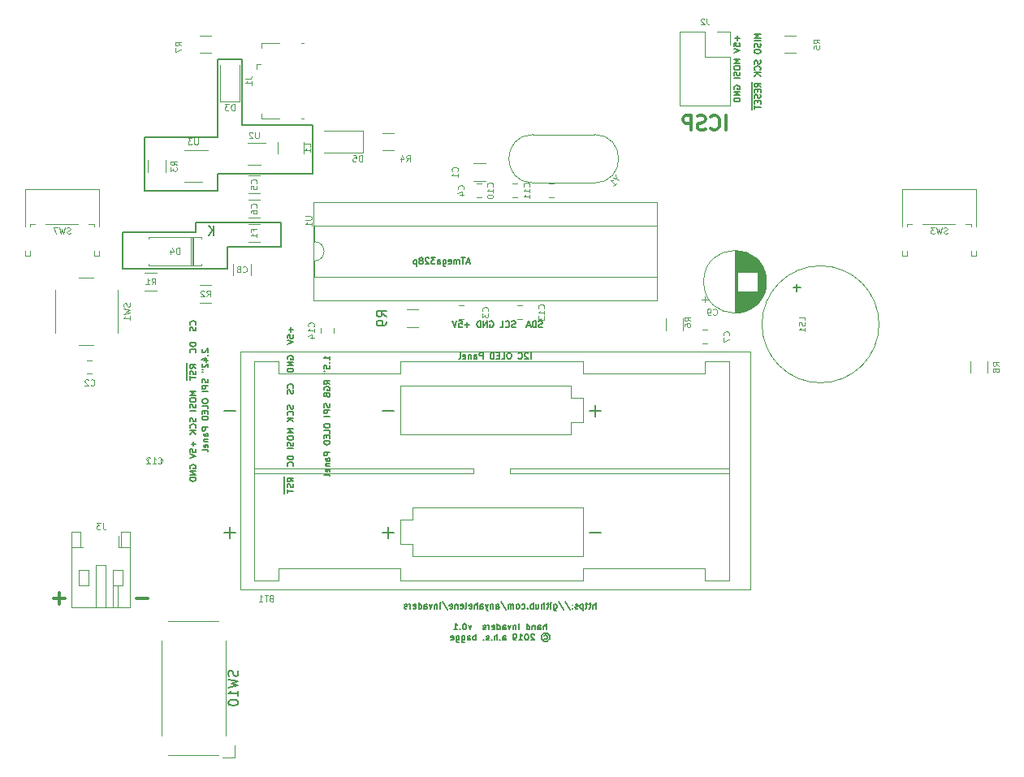
<source format=gbr>
G04 #@! TF.GenerationSoftware,KiCad,Pcbnew,5.1.2-f72e74a~84~ubuntu18.04.1*
G04 #@! TF.CreationDate,2019-06-25T00:33:59+02:00*
G04 #@! TF.ProjectId,invaders,696e7661-6465-4727-932e-6b696361645f,rev?*
G04 #@! TF.SameCoordinates,Original*
G04 #@! TF.FileFunction,Legend,Bot*
G04 #@! TF.FilePolarity,Positive*
%FSLAX46Y46*%
G04 Gerber Fmt 4.6, Leading zero omitted, Abs format (unit mm)*
G04 Created by KiCad (PCBNEW 5.1.2-f72e74a~84~ubuntu18.04.1) date 2019-06-25 00:33:59*
%MOMM*%
%LPD*%
G04 APERTURE LIST*
%ADD10C,0.127000*%
%ADD11C,0.150000*%
%ADD12C,0.300000*%
%ADD13C,0.120000*%
%ADD14C,0.101600*%
G04 APERTURE END LIST*
D10*
X65063007Y-119250278D02*
X65063007Y-118880164D01*
X65063007Y-119065221D02*
X64415307Y-119065221D01*
X64507835Y-119003535D01*
X64569521Y-118941850D01*
X64600364Y-118880164D01*
X65001321Y-119527864D02*
X65032164Y-119558707D01*
X65063007Y-119527864D01*
X65032164Y-119497021D01*
X65001321Y-119527864D01*
X65063007Y-119527864D01*
X64415307Y-120144721D02*
X64415307Y-119836292D01*
X64723735Y-119805450D01*
X64692892Y-119836292D01*
X64662050Y-119897978D01*
X64662050Y-120052192D01*
X64692892Y-120113878D01*
X64723735Y-120144721D01*
X64785421Y-120175564D01*
X64939635Y-120175564D01*
X65001321Y-120144721D01*
X65032164Y-120113878D01*
X65063007Y-120052192D01*
X65063007Y-119897978D01*
X65032164Y-119836292D01*
X65001321Y-119805450D01*
X64415307Y-120422307D02*
X64538678Y-120422307D01*
X64415307Y-120669050D02*
X64538678Y-120669050D01*
X65063007Y-121810235D02*
X64754578Y-121594335D01*
X65063007Y-121440121D02*
X64415307Y-121440121D01*
X64415307Y-121686864D01*
X64446150Y-121748550D01*
X64476992Y-121779392D01*
X64538678Y-121810235D01*
X64631207Y-121810235D01*
X64692892Y-121779392D01*
X64723735Y-121748550D01*
X64754578Y-121686864D01*
X64754578Y-121440121D01*
X64446150Y-122427092D02*
X64415307Y-122365407D01*
X64415307Y-122272878D01*
X64446150Y-122180350D01*
X64507835Y-122118664D01*
X64569521Y-122087821D01*
X64692892Y-122056978D01*
X64785421Y-122056978D01*
X64908792Y-122087821D01*
X64970478Y-122118664D01*
X65032164Y-122180350D01*
X65063007Y-122272878D01*
X65063007Y-122334564D01*
X65032164Y-122427092D01*
X65001321Y-122457935D01*
X64785421Y-122457935D01*
X64785421Y-122334564D01*
X64723735Y-122951421D02*
X64754578Y-123043950D01*
X64785421Y-123074792D01*
X64847107Y-123105635D01*
X64939635Y-123105635D01*
X65001321Y-123074792D01*
X65032164Y-123043950D01*
X65063007Y-122982264D01*
X65063007Y-122735521D01*
X64415307Y-122735521D01*
X64415307Y-122951421D01*
X64446150Y-123013107D01*
X64476992Y-123043950D01*
X64538678Y-123074792D01*
X64600364Y-123074792D01*
X64662050Y-123043950D01*
X64692892Y-123013107D01*
X64723735Y-122951421D01*
X64723735Y-122735521D01*
X65032164Y-123845864D02*
X65063007Y-123938392D01*
X65063007Y-124092607D01*
X65032164Y-124154292D01*
X65001321Y-124185135D01*
X64939635Y-124215978D01*
X64877950Y-124215978D01*
X64816264Y-124185135D01*
X64785421Y-124154292D01*
X64754578Y-124092607D01*
X64723735Y-123969235D01*
X64692892Y-123907550D01*
X64662050Y-123876707D01*
X64600364Y-123845864D01*
X64538678Y-123845864D01*
X64476992Y-123876707D01*
X64446150Y-123907550D01*
X64415307Y-123969235D01*
X64415307Y-124123450D01*
X64446150Y-124215978D01*
X65063007Y-124493564D02*
X64415307Y-124493564D01*
X64415307Y-124740307D01*
X64446150Y-124801992D01*
X64476992Y-124832835D01*
X64538678Y-124863678D01*
X64631207Y-124863678D01*
X64692892Y-124832835D01*
X64723735Y-124801992D01*
X64754578Y-124740307D01*
X64754578Y-124493564D01*
X65063007Y-125141264D02*
X64415307Y-125141264D01*
X64415307Y-126066550D02*
X64415307Y-126189921D01*
X64446150Y-126251607D01*
X64507835Y-126313292D01*
X64631207Y-126344135D01*
X64847107Y-126344135D01*
X64970478Y-126313292D01*
X65032164Y-126251607D01*
X65063007Y-126189921D01*
X65063007Y-126066550D01*
X65032164Y-126004864D01*
X64970478Y-125943178D01*
X64847107Y-125912335D01*
X64631207Y-125912335D01*
X64507835Y-125943178D01*
X64446150Y-126004864D01*
X64415307Y-126066550D01*
X65063007Y-126930150D02*
X65063007Y-126621721D01*
X64415307Y-126621721D01*
X64723735Y-127146050D02*
X64723735Y-127361950D01*
X65063007Y-127454478D02*
X65063007Y-127146050D01*
X64415307Y-127146050D01*
X64415307Y-127454478D01*
X65063007Y-127732064D02*
X64415307Y-127732064D01*
X64415307Y-127886278D01*
X64446150Y-127978807D01*
X64507835Y-128040492D01*
X64569521Y-128071335D01*
X64692892Y-128102178D01*
X64785421Y-128102178D01*
X64908792Y-128071335D01*
X64970478Y-128040492D01*
X65032164Y-127978807D01*
X65063007Y-127886278D01*
X65063007Y-127732064D01*
X65063007Y-128873250D02*
X64415307Y-128873250D01*
X64415307Y-129119992D01*
X64446150Y-129181678D01*
X64476992Y-129212521D01*
X64538678Y-129243364D01*
X64631207Y-129243364D01*
X64692892Y-129212521D01*
X64723735Y-129181678D01*
X64754578Y-129119992D01*
X64754578Y-128873250D01*
X65063007Y-129798535D02*
X64723735Y-129798535D01*
X64662050Y-129767692D01*
X64631207Y-129706007D01*
X64631207Y-129582635D01*
X64662050Y-129520950D01*
X65032164Y-129798535D02*
X65063007Y-129736850D01*
X65063007Y-129582635D01*
X65032164Y-129520950D01*
X64970478Y-129490107D01*
X64908792Y-129490107D01*
X64847107Y-129520950D01*
X64816264Y-129582635D01*
X64816264Y-129736850D01*
X64785421Y-129798535D01*
X64631207Y-130106964D02*
X65063007Y-130106964D01*
X64692892Y-130106964D02*
X64662050Y-130137807D01*
X64631207Y-130199492D01*
X64631207Y-130292021D01*
X64662050Y-130353707D01*
X64723735Y-130384550D01*
X65063007Y-130384550D01*
X65032164Y-130939721D02*
X65063007Y-130878035D01*
X65063007Y-130754664D01*
X65032164Y-130692978D01*
X64970478Y-130662135D01*
X64723735Y-130662135D01*
X64662050Y-130692978D01*
X64631207Y-130754664D01*
X64631207Y-130878035D01*
X64662050Y-130939721D01*
X64723735Y-130970564D01*
X64785421Y-130970564D01*
X64847107Y-130662135D01*
X65063007Y-131340678D02*
X65032164Y-131278992D01*
X64970478Y-131248150D01*
X64415307Y-131248150D01*
X61006264Y-115885685D02*
X61006264Y-116379171D01*
X61253007Y-116132428D02*
X60759521Y-116132428D01*
X60605307Y-116996028D02*
X60605307Y-116687600D01*
X60913735Y-116656757D01*
X60882892Y-116687600D01*
X60852050Y-116749285D01*
X60852050Y-116903500D01*
X60882892Y-116965185D01*
X60913735Y-116996028D01*
X60975421Y-117026871D01*
X61129635Y-117026871D01*
X61191321Y-116996028D01*
X61222164Y-116965185D01*
X61253007Y-116903500D01*
X61253007Y-116749285D01*
X61222164Y-116687600D01*
X61191321Y-116656757D01*
X60605307Y-117211928D02*
X61253007Y-117427828D01*
X60605307Y-117643728D01*
X60636150Y-119185871D02*
X60605307Y-119124185D01*
X60605307Y-119031657D01*
X60636150Y-118939128D01*
X60697835Y-118877442D01*
X60759521Y-118846600D01*
X60882892Y-118815757D01*
X60975421Y-118815757D01*
X61098792Y-118846600D01*
X61160478Y-118877442D01*
X61222164Y-118939128D01*
X61253007Y-119031657D01*
X61253007Y-119093342D01*
X61222164Y-119185871D01*
X61191321Y-119216714D01*
X60975421Y-119216714D01*
X60975421Y-119093342D01*
X61253007Y-119494300D02*
X60605307Y-119494300D01*
X61253007Y-119864414D01*
X60605307Y-119864414D01*
X61253007Y-120172842D02*
X60605307Y-120172842D01*
X60605307Y-120327057D01*
X60636150Y-120419585D01*
X60697835Y-120481271D01*
X60759521Y-120512114D01*
X60882892Y-120542957D01*
X60975421Y-120542957D01*
X61098792Y-120512114D01*
X61160478Y-120481271D01*
X61222164Y-120419585D01*
X61253007Y-120327057D01*
X61253007Y-120172842D01*
X61191321Y-122177628D02*
X61222164Y-122146785D01*
X61253007Y-122054257D01*
X61253007Y-121992571D01*
X61222164Y-121900042D01*
X61160478Y-121838357D01*
X61098792Y-121807514D01*
X60975421Y-121776671D01*
X60882892Y-121776671D01*
X60759521Y-121807514D01*
X60697835Y-121838357D01*
X60636150Y-121900042D01*
X60605307Y-121992571D01*
X60605307Y-122054257D01*
X60636150Y-122146785D01*
X60666992Y-122177628D01*
X61222164Y-122424371D02*
X61253007Y-122516900D01*
X61253007Y-122671114D01*
X61222164Y-122732800D01*
X61191321Y-122763642D01*
X61129635Y-122794485D01*
X61067950Y-122794485D01*
X61006264Y-122763642D01*
X60975421Y-122732800D01*
X60944578Y-122671114D01*
X60913735Y-122547742D01*
X60882892Y-122486057D01*
X60852050Y-122455214D01*
X60790364Y-122424371D01*
X60728678Y-122424371D01*
X60666992Y-122455214D01*
X60636150Y-122486057D01*
X60605307Y-122547742D01*
X60605307Y-122701957D01*
X60636150Y-122794485D01*
X61222164Y-124028200D02*
X61253007Y-124120728D01*
X61253007Y-124274942D01*
X61222164Y-124336628D01*
X61191321Y-124367471D01*
X61129635Y-124398314D01*
X61067950Y-124398314D01*
X61006264Y-124367471D01*
X60975421Y-124336628D01*
X60944578Y-124274942D01*
X60913735Y-124151571D01*
X60882892Y-124089885D01*
X60852050Y-124059042D01*
X60790364Y-124028200D01*
X60728678Y-124028200D01*
X60666992Y-124059042D01*
X60636150Y-124089885D01*
X60605307Y-124151571D01*
X60605307Y-124305785D01*
X60636150Y-124398314D01*
X61191321Y-125046014D02*
X61222164Y-125015171D01*
X61253007Y-124922642D01*
X61253007Y-124860957D01*
X61222164Y-124768428D01*
X61160478Y-124706742D01*
X61098792Y-124675900D01*
X60975421Y-124645057D01*
X60882892Y-124645057D01*
X60759521Y-124675900D01*
X60697835Y-124706742D01*
X60636150Y-124768428D01*
X60605307Y-124860957D01*
X60605307Y-124922642D01*
X60636150Y-125015171D01*
X60666992Y-125046014D01*
X61253007Y-125323600D02*
X60605307Y-125323600D01*
X61253007Y-125693714D02*
X60882892Y-125416128D01*
X60605307Y-125693714D02*
X60975421Y-125323600D01*
X61253007Y-126464785D02*
X60605307Y-126464785D01*
X61067950Y-126680685D01*
X60605307Y-126896585D01*
X61253007Y-126896585D01*
X60605307Y-127328385D02*
X60605307Y-127451757D01*
X60636150Y-127513442D01*
X60697835Y-127575128D01*
X60821207Y-127605971D01*
X61037107Y-127605971D01*
X61160478Y-127575128D01*
X61222164Y-127513442D01*
X61253007Y-127451757D01*
X61253007Y-127328385D01*
X61222164Y-127266700D01*
X61160478Y-127205014D01*
X61037107Y-127174171D01*
X60821207Y-127174171D01*
X60697835Y-127205014D01*
X60636150Y-127266700D01*
X60605307Y-127328385D01*
X61222164Y-127852714D02*
X61253007Y-127945242D01*
X61253007Y-128099457D01*
X61222164Y-128161142D01*
X61191321Y-128191985D01*
X61129635Y-128222828D01*
X61067950Y-128222828D01*
X61006264Y-128191985D01*
X60975421Y-128161142D01*
X60944578Y-128099457D01*
X60913735Y-127976085D01*
X60882892Y-127914400D01*
X60852050Y-127883557D01*
X60790364Y-127852714D01*
X60728678Y-127852714D01*
X60666992Y-127883557D01*
X60636150Y-127914400D01*
X60605307Y-127976085D01*
X60605307Y-128130300D01*
X60636150Y-128222828D01*
X61253007Y-128500414D02*
X60605307Y-128500414D01*
X61253007Y-129302328D02*
X60605307Y-129302328D01*
X60605307Y-129456542D01*
X60636150Y-129549071D01*
X60697835Y-129610757D01*
X60759521Y-129641600D01*
X60882892Y-129672442D01*
X60975421Y-129672442D01*
X61098792Y-129641600D01*
X61160478Y-129610757D01*
X61222164Y-129549071D01*
X61253007Y-129456542D01*
X61253007Y-129302328D01*
X61191321Y-130320142D02*
X61222164Y-130289300D01*
X61253007Y-130196771D01*
X61253007Y-130135085D01*
X61222164Y-130042557D01*
X61160478Y-129980871D01*
X61098792Y-129950028D01*
X60975421Y-129919185D01*
X60882892Y-129919185D01*
X60759521Y-129950028D01*
X60697835Y-129980871D01*
X60636150Y-130042557D01*
X60605307Y-130135085D01*
X60605307Y-130196771D01*
X60636150Y-130289300D01*
X60666992Y-130320142D01*
X60328556Y-131430485D02*
X60328556Y-132078185D01*
X61253007Y-131954814D02*
X60944578Y-131738914D01*
X61253007Y-131584700D02*
X60605307Y-131584700D01*
X60605307Y-131831442D01*
X60636150Y-131893128D01*
X60666992Y-131923971D01*
X60728678Y-131954814D01*
X60821207Y-131954814D01*
X60882892Y-131923971D01*
X60913735Y-131893128D01*
X60944578Y-131831442D01*
X60944578Y-131584700D01*
X60328556Y-132078185D02*
X60328556Y-132695042D01*
X61222164Y-132201557D02*
X61253007Y-132294085D01*
X61253007Y-132448300D01*
X61222164Y-132509985D01*
X61191321Y-132540828D01*
X61129635Y-132571671D01*
X61067950Y-132571671D01*
X61006264Y-132540828D01*
X60975421Y-132509985D01*
X60944578Y-132448300D01*
X60913735Y-132324928D01*
X60882892Y-132263242D01*
X60852050Y-132232400D01*
X60790364Y-132201557D01*
X60728678Y-132201557D01*
X60666992Y-132232400D01*
X60636150Y-132263242D01*
X60605307Y-132324928D01*
X60605307Y-132479142D01*
X60636150Y-132571671D01*
X60328556Y-132695042D02*
X60328556Y-133188528D01*
X60605307Y-132756728D02*
X60605307Y-133126842D01*
X61253007Y-132941785D02*
X60605307Y-132941785D01*
X92781664Y-145203182D02*
X92781664Y-144555482D01*
X92504078Y-145203182D02*
X92504078Y-144863910D01*
X92534921Y-144802225D01*
X92596607Y-144771382D01*
X92689135Y-144771382D01*
X92750821Y-144802225D01*
X92781664Y-144833067D01*
X92288178Y-144771382D02*
X92041435Y-144771382D01*
X92195650Y-144555482D02*
X92195650Y-145110653D01*
X92164807Y-145172339D01*
X92103121Y-145203182D01*
X92041435Y-145203182D01*
X91918064Y-144771382D02*
X91671321Y-144771382D01*
X91825535Y-144555482D02*
X91825535Y-145110653D01*
X91794692Y-145172339D01*
X91733007Y-145203182D01*
X91671321Y-145203182D01*
X91455421Y-144771382D02*
X91455421Y-145419082D01*
X91455421Y-144802225D02*
X91393735Y-144771382D01*
X91270364Y-144771382D01*
X91208678Y-144802225D01*
X91177835Y-144833067D01*
X91146992Y-144894753D01*
X91146992Y-145079810D01*
X91177835Y-145141496D01*
X91208678Y-145172339D01*
X91270364Y-145203182D01*
X91393735Y-145203182D01*
X91455421Y-145172339D01*
X90900250Y-145172339D02*
X90838564Y-145203182D01*
X90715192Y-145203182D01*
X90653507Y-145172339D01*
X90622664Y-145110653D01*
X90622664Y-145079810D01*
X90653507Y-145018125D01*
X90715192Y-144987282D01*
X90807721Y-144987282D01*
X90869407Y-144956439D01*
X90900250Y-144894753D01*
X90900250Y-144863910D01*
X90869407Y-144802225D01*
X90807721Y-144771382D01*
X90715192Y-144771382D01*
X90653507Y-144802225D01*
X90345078Y-145141496D02*
X90314235Y-145172339D01*
X90345078Y-145203182D01*
X90375921Y-145172339D01*
X90345078Y-145141496D01*
X90345078Y-145203182D01*
X90345078Y-144802225D02*
X90314235Y-144833067D01*
X90345078Y-144863910D01*
X90375921Y-144833067D01*
X90345078Y-144802225D01*
X90345078Y-144863910D01*
X89574007Y-144524639D02*
X90129178Y-145357396D01*
X88895464Y-144524639D02*
X89450635Y-145357396D01*
X88401978Y-144771382D02*
X88401978Y-145295710D01*
X88432821Y-145357396D01*
X88463664Y-145388239D01*
X88525350Y-145419082D01*
X88617878Y-145419082D01*
X88679564Y-145388239D01*
X88401978Y-145172339D02*
X88463664Y-145203182D01*
X88587035Y-145203182D01*
X88648721Y-145172339D01*
X88679564Y-145141496D01*
X88710407Y-145079810D01*
X88710407Y-144894753D01*
X88679564Y-144833067D01*
X88648721Y-144802225D01*
X88587035Y-144771382D01*
X88463664Y-144771382D01*
X88401978Y-144802225D01*
X88093550Y-145203182D02*
X88093550Y-144771382D01*
X88093550Y-144555482D02*
X88124392Y-144586325D01*
X88093550Y-144617167D01*
X88062707Y-144586325D01*
X88093550Y-144555482D01*
X88093550Y-144617167D01*
X87877650Y-144771382D02*
X87630907Y-144771382D01*
X87785121Y-144555482D02*
X87785121Y-145110653D01*
X87754278Y-145172339D01*
X87692592Y-145203182D01*
X87630907Y-145203182D01*
X87415007Y-145203182D02*
X87415007Y-144555482D01*
X87137421Y-145203182D02*
X87137421Y-144863910D01*
X87168264Y-144802225D01*
X87229950Y-144771382D01*
X87322478Y-144771382D01*
X87384164Y-144802225D01*
X87415007Y-144833067D01*
X86551407Y-144771382D02*
X86551407Y-145203182D01*
X86828992Y-144771382D02*
X86828992Y-145110653D01*
X86798150Y-145172339D01*
X86736464Y-145203182D01*
X86643935Y-145203182D01*
X86582250Y-145172339D01*
X86551407Y-145141496D01*
X86242978Y-145203182D02*
X86242978Y-144555482D01*
X86242978Y-144802225D02*
X86181292Y-144771382D01*
X86057921Y-144771382D01*
X85996235Y-144802225D01*
X85965392Y-144833067D01*
X85934550Y-144894753D01*
X85934550Y-145079810D01*
X85965392Y-145141496D01*
X85996235Y-145172339D01*
X86057921Y-145203182D01*
X86181292Y-145203182D01*
X86242978Y-145172339D01*
X85656964Y-145141496D02*
X85626121Y-145172339D01*
X85656964Y-145203182D01*
X85687807Y-145172339D01*
X85656964Y-145141496D01*
X85656964Y-145203182D01*
X85070950Y-145172339D02*
X85132635Y-145203182D01*
X85256007Y-145203182D01*
X85317692Y-145172339D01*
X85348535Y-145141496D01*
X85379378Y-145079810D01*
X85379378Y-144894753D01*
X85348535Y-144833067D01*
X85317692Y-144802225D01*
X85256007Y-144771382D01*
X85132635Y-144771382D01*
X85070950Y-144802225D01*
X84700835Y-145203182D02*
X84762521Y-145172339D01*
X84793364Y-145141496D01*
X84824207Y-145079810D01*
X84824207Y-144894753D01*
X84793364Y-144833067D01*
X84762521Y-144802225D01*
X84700835Y-144771382D01*
X84608307Y-144771382D01*
X84546621Y-144802225D01*
X84515778Y-144833067D01*
X84484935Y-144894753D01*
X84484935Y-145079810D01*
X84515778Y-145141496D01*
X84546621Y-145172339D01*
X84608307Y-145203182D01*
X84700835Y-145203182D01*
X84207350Y-145203182D02*
X84207350Y-144771382D01*
X84207350Y-144833067D02*
X84176507Y-144802225D01*
X84114821Y-144771382D01*
X84022292Y-144771382D01*
X83960607Y-144802225D01*
X83929764Y-144863910D01*
X83929764Y-145203182D01*
X83929764Y-144863910D02*
X83898921Y-144802225D01*
X83837235Y-144771382D01*
X83744707Y-144771382D01*
X83683021Y-144802225D01*
X83652178Y-144863910D01*
X83652178Y-145203182D01*
X82881107Y-144524639D02*
X83436278Y-145357396D01*
X82387621Y-145203182D02*
X82387621Y-144863910D01*
X82418464Y-144802225D01*
X82480150Y-144771382D01*
X82603521Y-144771382D01*
X82665207Y-144802225D01*
X82387621Y-145172339D02*
X82449307Y-145203182D01*
X82603521Y-145203182D01*
X82665207Y-145172339D01*
X82696050Y-145110653D01*
X82696050Y-145048967D01*
X82665207Y-144987282D01*
X82603521Y-144956439D01*
X82449307Y-144956439D01*
X82387621Y-144925596D01*
X82079192Y-144771382D02*
X82079192Y-145203182D01*
X82079192Y-144833067D02*
X82048350Y-144802225D01*
X81986664Y-144771382D01*
X81894135Y-144771382D01*
X81832450Y-144802225D01*
X81801607Y-144863910D01*
X81801607Y-145203182D01*
X81554864Y-144771382D02*
X81400650Y-145203182D01*
X81246435Y-144771382D02*
X81400650Y-145203182D01*
X81462335Y-145357396D01*
X81493178Y-145388239D01*
X81554864Y-145419082D01*
X80722107Y-145203182D02*
X80722107Y-144863910D01*
X80752950Y-144802225D01*
X80814635Y-144771382D01*
X80938007Y-144771382D01*
X80999692Y-144802225D01*
X80722107Y-145172339D02*
X80783792Y-145203182D01*
X80938007Y-145203182D01*
X80999692Y-145172339D01*
X81030535Y-145110653D01*
X81030535Y-145048967D01*
X80999692Y-144987282D01*
X80938007Y-144956439D01*
X80783792Y-144956439D01*
X80722107Y-144925596D01*
X80413678Y-145203182D02*
X80413678Y-144555482D01*
X80136092Y-145203182D02*
X80136092Y-144863910D01*
X80166935Y-144802225D01*
X80228621Y-144771382D01*
X80321150Y-144771382D01*
X80382835Y-144802225D01*
X80413678Y-144833067D01*
X79580921Y-145172339D02*
X79642607Y-145203182D01*
X79765978Y-145203182D01*
X79827664Y-145172339D01*
X79858507Y-145110653D01*
X79858507Y-144863910D01*
X79827664Y-144802225D01*
X79765978Y-144771382D01*
X79642607Y-144771382D01*
X79580921Y-144802225D01*
X79550078Y-144863910D01*
X79550078Y-144925596D01*
X79858507Y-144987282D01*
X79179964Y-145203182D02*
X79241650Y-145172339D01*
X79272492Y-145110653D01*
X79272492Y-144555482D01*
X78686478Y-145172339D02*
X78748164Y-145203182D01*
X78871535Y-145203182D01*
X78933221Y-145172339D01*
X78964064Y-145110653D01*
X78964064Y-144863910D01*
X78933221Y-144802225D01*
X78871535Y-144771382D01*
X78748164Y-144771382D01*
X78686478Y-144802225D01*
X78655635Y-144863910D01*
X78655635Y-144925596D01*
X78964064Y-144987282D01*
X78378050Y-144771382D02*
X78378050Y-145203182D01*
X78378050Y-144833067D02*
X78347207Y-144802225D01*
X78285521Y-144771382D01*
X78192992Y-144771382D01*
X78131307Y-144802225D01*
X78100464Y-144863910D01*
X78100464Y-145203182D01*
X77545292Y-145172339D02*
X77606978Y-145203182D01*
X77730350Y-145203182D01*
X77792035Y-145172339D01*
X77822878Y-145110653D01*
X77822878Y-144863910D01*
X77792035Y-144802225D01*
X77730350Y-144771382D01*
X77606978Y-144771382D01*
X77545292Y-144802225D01*
X77514450Y-144863910D01*
X77514450Y-144925596D01*
X77822878Y-144987282D01*
X76774221Y-144524639D02*
X77329392Y-145357396D01*
X76558321Y-145203182D02*
X76558321Y-144771382D01*
X76558321Y-144555482D02*
X76589164Y-144586325D01*
X76558321Y-144617167D01*
X76527478Y-144586325D01*
X76558321Y-144555482D01*
X76558321Y-144617167D01*
X76249892Y-144771382D02*
X76249892Y-145203182D01*
X76249892Y-144833067D02*
X76219050Y-144802225D01*
X76157364Y-144771382D01*
X76064835Y-144771382D01*
X76003150Y-144802225D01*
X75972307Y-144863910D01*
X75972307Y-145203182D01*
X75725564Y-144771382D02*
X75571350Y-145203182D01*
X75417135Y-144771382D01*
X74892807Y-145203182D02*
X74892807Y-144863910D01*
X74923650Y-144802225D01*
X74985335Y-144771382D01*
X75108707Y-144771382D01*
X75170392Y-144802225D01*
X74892807Y-145172339D02*
X74954492Y-145203182D01*
X75108707Y-145203182D01*
X75170392Y-145172339D01*
X75201235Y-145110653D01*
X75201235Y-145048967D01*
X75170392Y-144987282D01*
X75108707Y-144956439D01*
X74954492Y-144956439D01*
X74892807Y-144925596D01*
X74306792Y-145203182D02*
X74306792Y-144555482D01*
X74306792Y-145172339D02*
X74368478Y-145203182D01*
X74491850Y-145203182D01*
X74553535Y-145172339D01*
X74584378Y-145141496D01*
X74615221Y-145079810D01*
X74615221Y-144894753D01*
X74584378Y-144833067D01*
X74553535Y-144802225D01*
X74491850Y-144771382D01*
X74368478Y-144771382D01*
X74306792Y-144802225D01*
X73751621Y-145172339D02*
X73813307Y-145203182D01*
X73936678Y-145203182D01*
X73998364Y-145172339D01*
X74029207Y-145110653D01*
X74029207Y-144863910D01*
X73998364Y-144802225D01*
X73936678Y-144771382D01*
X73813307Y-144771382D01*
X73751621Y-144802225D01*
X73720778Y-144863910D01*
X73720778Y-144925596D01*
X74029207Y-144987282D01*
X73443192Y-145203182D02*
X73443192Y-144771382D01*
X73443192Y-144894753D02*
X73412350Y-144833067D01*
X73381507Y-144802225D01*
X73319821Y-144771382D01*
X73258135Y-144771382D01*
X73073078Y-145172339D02*
X73011392Y-145203182D01*
X72888021Y-145203182D01*
X72826335Y-145172339D01*
X72795492Y-145110653D01*
X72795492Y-145079810D01*
X72826335Y-145018125D01*
X72888021Y-144987282D01*
X72980550Y-144987282D01*
X73042235Y-144956439D01*
X73073078Y-144894753D01*
X73073078Y-144863910D01*
X73042235Y-144802225D01*
X72980550Y-144771382D01*
X72888021Y-144771382D01*
X72826335Y-144802225D01*
X87600064Y-147400282D02*
X87600064Y-146752582D01*
X87322478Y-147400282D02*
X87322478Y-147061010D01*
X87353321Y-146999325D01*
X87415007Y-146968482D01*
X87507535Y-146968482D01*
X87569221Y-146999325D01*
X87600064Y-147030167D01*
X86736464Y-147400282D02*
X86736464Y-147061010D01*
X86767307Y-146999325D01*
X86828992Y-146968482D01*
X86952364Y-146968482D01*
X87014050Y-146999325D01*
X86736464Y-147369439D02*
X86798150Y-147400282D01*
X86952364Y-147400282D01*
X87014050Y-147369439D01*
X87044892Y-147307753D01*
X87044892Y-147246067D01*
X87014050Y-147184382D01*
X86952364Y-147153539D01*
X86798150Y-147153539D01*
X86736464Y-147122696D01*
X86428035Y-146968482D02*
X86428035Y-147400282D01*
X86428035Y-147030167D02*
X86397192Y-146999325D01*
X86335507Y-146968482D01*
X86242978Y-146968482D01*
X86181292Y-146999325D01*
X86150450Y-147061010D01*
X86150450Y-147400282D01*
X85564435Y-147400282D02*
X85564435Y-146752582D01*
X85564435Y-147369439D02*
X85626121Y-147400282D01*
X85749492Y-147400282D01*
X85811178Y-147369439D01*
X85842021Y-147338596D01*
X85872864Y-147276910D01*
X85872864Y-147091853D01*
X85842021Y-147030167D01*
X85811178Y-146999325D01*
X85749492Y-146968482D01*
X85626121Y-146968482D01*
X85564435Y-146999325D01*
X84762521Y-147400282D02*
X84762521Y-146968482D01*
X84762521Y-146752582D02*
X84793364Y-146783425D01*
X84762521Y-146814267D01*
X84731678Y-146783425D01*
X84762521Y-146752582D01*
X84762521Y-146814267D01*
X84454092Y-146968482D02*
X84454092Y-147400282D01*
X84454092Y-147030167D02*
X84423250Y-146999325D01*
X84361564Y-146968482D01*
X84269035Y-146968482D01*
X84207350Y-146999325D01*
X84176507Y-147061010D01*
X84176507Y-147400282D01*
X83929764Y-146968482D02*
X83775550Y-147400282D01*
X83621335Y-146968482D01*
X83097007Y-147400282D02*
X83097007Y-147061010D01*
X83127850Y-146999325D01*
X83189535Y-146968482D01*
X83312907Y-146968482D01*
X83374592Y-146999325D01*
X83097007Y-147369439D02*
X83158692Y-147400282D01*
X83312907Y-147400282D01*
X83374592Y-147369439D01*
X83405435Y-147307753D01*
X83405435Y-147246067D01*
X83374592Y-147184382D01*
X83312907Y-147153539D01*
X83158692Y-147153539D01*
X83097007Y-147122696D01*
X82510992Y-147400282D02*
X82510992Y-146752582D01*
X82510992Y-147369439D02*
X82572678Y-147400282D01*
X82696050Y-147400282D01*
X82757735Y-147369439D01*
X82788578Y-147338596D01*
X82819421Y-147276910D01*
X82819421Y-147091853D01*
X82788578Y-147030167D01*
X82757735Y-146999325D01*
X82696050Y-146968482D01*
X82572678Y-146968482D01*
X82510992Y-146999325D01*
X81955821Y-147369439D02*
X82017507Y-147400282D01*
X82140878Y-147400282D01*
X82202564Y-147369439D01*
X82233407Y-147307753D01*
X82233407Y-147061010D01*
X82202564Y-146999325D01*
X82140878Y-146968482D01*
X82017507Y-146968482D01*
X81955821Y-146999325D01*
X81924978Y-147061010D01*
X81924978Y-147122696D01*
X82233407Y-147184382D01*
X81647392Y-147400282D02*
X81647392Y-146968482D01*
X81647392Y-147091853D02*
X81616550Y-147030167D01*
X81585707Y-146999325D01*
X81524021Y-146968482D01*
X81462335Y-146968482D01*
X81277278Y-147369439D02*
X81215592Y-147400282D01*
X81092221Y-147400282D01*
X81030535Y-147369439D01*
X80999692Y-147307753D01*
X80999692Y-147276910D01*
X81030535Y-147215225D01*
X81092221Y-147184382D01*
X81184750Y-147184382D01*
X81246435Y-147153539D01*
X81277278Y-147091853D01*
X81277278Y-147061010D01*
X81246435Y-146999325D01*
X81184750Y-146968482D01*
X81092221Y-146968482D01*
X81030535Y-146999325D01*
X79796821Y-146968482D02*
X79642607Y-147400282D01*
X79488392Y-146968482D01*
X79118278Y-146752582D02*
X79056592Y-146752582D01*
X78994907Y-146783425D01*
X78964064Y-146814267D01*
X78933221Y-146875953D01*
X78902378Y-146999325D01*
X78902378Y-147153539D01*
X78933221Y-147276910D01*
X78964064Y-147338596D01*
X78994907Y-147369439D01*
X79056592Y-147400282D01*
X79118278Y-147400282D01*
X79179964Y-147369439D01*
X79210807Y-147338596D01*
X79241650Y-147276910D01*
X79272492Y-147153539D01*
X79272492Y-146999325D01*
X79241650Y-146875953D01*
X79210807Y-146814267D01*
X79179964Y-146783425D01*
X79118278Y-146752582D01*
X78624792Y-147338596D02*
X78593950Y-147369439D01*
X78624792Y-147400282D01*
X78655635Y-147369439D01*
X78624792Y-147338596D01*
X78624792Y-147400282D01*
X77977092Y-147400282D02*
X78347207Y-147400282D01*
X78162150Y-147400282D02*
X78162150Y-146752582D01*
X78223835Y-146845110D01*
X78285521Y-146906796D01*
X78347207Y-146937639D01*
X87415007Y-148005346D02*
X87476692Y-147974503D01*
X87600064Y-147974503D01*
X87661750Y-148005346D01*
X87723435Y-148067032D01*
X87754278Y-148128717D01*
X87754278Y-148252089D01*
X87723435Y-148313775D01*
X87661750Y-148375460D01*
X87600064Y-148406303D01*
X87476692Y-148406303D01*
X87415007Y-148375460D01*
X87538378Y-147758603D02*
X87692592Y-147789446D01*
X87846807Y-147881975D01*
X87939335Y-148036189D01*
X87970178Y-148190403D01*
X87939335Y-148344617D01*
X87846807Y-148498832D01*
X87692592Y-148591360D01*
X87538378Y-148622203D01*
X87384164Y-148591360D01*
X87229950Y-148498832D01*
X87137421Y-148344617D01*
X87106578Y-148190403D01*
X87137421Y-148036189D01*
X87229950Y-147881975D01*
X87384164Y-147789446D01*
X87538378Y-147758603D01*
X86366350Y-147912817D02*
X86335507Y-147881975D01*
X86273821Y-147851132D01*
X86119607Y-147851132D01*
X86057921Y-147881975D01*
X86027078Y-147912817D01*
X85996235Y-147974503D01*
X85996235Y-148036189D01*
X86027078Y-148128717D01*
X86397192Y-148498832D01*
X85996235Y-148498832D01*
X85595278Y-147851132D02*
X85533592Y-147851132D01*
X85471907Y-147881975D01*
X85441064Y-147912817D01*
X85410221Y-147974503D01*
X85379378Y-148097875D01*
X85379378Y-148252089D01*
X85410221Y-148375460D01*
X85441064Y-148437146D01*
X85471907Y-148467989D01*
X85533592Y-148498832D01*
X85595278Y-148498832D01*
X85656964Y-148467989D01*
X85687807Y-148437146D01*
X85718650Y-148375460D01*
X85749492Y-148252089D01*
X85749492Y-148097875D01*
X85718650Y-147974503D01*
X85687807Y-147912817D01*
X85656964Y-147881975D01*
X85595278Y-147851132D01*
X84762521Y-148498832D02*
X85132635Y-148498832D01*
X84947578Y-148498832D02*
X84947578Y-147851132D01*
X85009264Y-147943660D01*
X85070950Y-148005346D01*
X85132635Y-148036189D01*
X84454092Y-148498832D02*
X84330721Y-148498832D01*
X84269035Y-148467989D01*
X84238192Y-148437146D01*
X84176507Y-148344617D01*
X84145664Y-148221246D01*
X84145664Y-147974503D01*
X84176507Y-147912817D01*
X84207350Y-147881975D01*
X84269035Y-147851132D01*
X84392407Y-147851132D01*
X84454092Y-147881975D01*
X84484935Y-147912817D01*
X84515778Y-147974503D01*
X84515778Y-148128717D01*
X84484935Y-148190403D01*
X84454092Y-148221246D01*
X84392407Y-148252089D01*
X84269035Y-148252089D01*
X84207350Y-148221246D01*
X84176507Y-148190403D01*
X84145664Y-148128717D01*
X83097007Y-148498832D02*
X83097007Y-148159560D01*
X83127850Y-148097875D01*
X83189535Y-148067032D01*
X83312907Y-148067032D01*
X83374592Y-148097875D01*
X83097007Y-148467989D02*
X83158692Y-148498832D01*
X83312907Y-148498832D01*
X83374592Y-148467989D01*
X83405435Y-148406303D01*
X83405435Y-148344617D01*
X83374592Y-148282932D01*
X83312907Y-148252089D01*
X83158692Y-148252089D01*
X83097007Y-148221246D01*
X82788578Y-148437146D02*
X82757735Y-148467989D01*
X82788578Y-148498832D01*
X82819421Y-148467989D01*
X82788578Y-148437146D01*
X82788578Y-148498832D01*
X82480150Y-148498832D02*
X82480150Y-147851132D01*
X82202564Y-148498832D02*
X82202564Y-148159560D01*
X82233407Y-148097875D01*
X82295092Y-148067032D01*
X82387621Y-148067032D01*
X82449307Y-148097875D01*
X82480150Y-148128717D01*
X81894135Y-148437146D02*
X81863292Y-148467989D01*
X81894135Y-148498832D01*
X81924978Y-148467989D01*
X81894135Y-148437146D01*
X81894135Y-148498832D01*
X81616550Y-148467989D02*
X81554864Y-148498832D01*
X81431492Y-148498832D01*
X81369807Y-148467989D01*
X81338964Y-148406303D01*
X81338964Y-148375460D01*
X81369807Y-148313775D01*
X81431492Y-148282932D01*
X81524021Y-148282932D01*
X81585707Y-148252089D01*
X81616550Y-148190403D01*
X81616550Y-148159560D01*
X81585707Y-148097875D01*
X81524021Y-148067032D01*
X81431492Y-148067032D01*
X81369807Y-148097875D01*
X81061378Y-148437146D02*
X81030535Y-148467989D01*
X81061378Y-148498832D01*
X81092221Y-148467989D01*
X81061378Y-148437146D01*
X81061378Y-148498832D01*
X80259464Y-148498832D02*
X80259464Y-147851132D01*
X80259464Y-148097875D02*
X80197778Y-148067032D01*
X80074407Y-148067032D01*
X80012721Y-148097875D01*
X79981878Y-148128717D01*
X79951035Y-148190403D01*
X79951035Y-148375460D01*
X79981878Y-148437146D01*
X80012721Y-148467989D01*
X80074407Y-148498832D01*
X80197778Y-148498832D01*
X80259464Y-148467989D01*
X79395864Y-148498832D02*
X79395864Y-148159560D01*
X79426707Y-148097875D01*
X79488392Y-148067032D01*
X79611764Y-148067032D01*
X79673450Y-148097875D01*
X79395864Y-148467989D02*
X79457550Y-148498832D01*
X79611764Y-148498832D01*
X79673450Y-148467989D01*
X79704292Y-148406303D01*
X79704292Y-148344617D01*
X79673450Y-148282932D01*
X79611764Y-148252089D01*
X79457550Y-148252089D01*
X79395864Y-148221246D01*
X78809850Y-148067032D02*
X78809850Y-148591360D01*
X78840692Y-148653046D01*
X78871535Y-148683889D01*
X78933221Y-148714732D01*
X79025750Y-148714732D01*
X79087435Y-148683889D01*
X78809850Y-148467989D02*
X78871535Y-148498832D01*
X78994907Y-148498832D01*
X79056592Y-148467989D01*
X79087435Y-148437146D01*
X79118278Y-148375460D01*
X79118278Y-148190403D01*
X79087435Y-148128717D01*
X79056592Y-148097875D01*
X78994907Y-148067032D01*
X78871535Y-148067032D01*
X78809850Y-148097875D01*
X78223835Y-148067032D02*
X78223835Y-148591360D01*
X78254678Y-148653046D01*
X78285521Y-148683889D01*
X78347207Y-148714732D01*
X78439735Y-148714732D01*
X78501421Y-148683889D01*
X78223835Y-148467989D02*
X78285521Y-148498832D01*
X78408892Y-148498832D01*
X78470578Y-148467989D01*
X78501421Y-148437146D01*
X78532264Y-148375460D01*
X78532264Y-148190403D01*
X78501421Y-148128717D01*
X78470578Y-148097875D01*
X78408892Y-148067032D01*
X78285521Y-148067032D01*
X78223835Y-148097875D01*
X77668664Y-148467989D02*
X77730350Y-148498832D01*
X77853721Y-148498832D01*
X77915407Y-148467989D01*
X77946250Y-148406303D01*
X77946250Y-148159560D01*
X77915407Y-148097875D01*
X77853721Y-148067032D01*
X77730350Y-148067032D01*
X77668664Y-148097875D01*
X77637821Y-148159560D01*
X77637821Y-148221246D01*
X77946250Y-148282932D01*
D11*
X59944000Y-107442000D02*
X59944000Y-104902000D01*
X54356000Y-107442000D02*
X59944000Y-107442000D01*
X54356000Y-109728000D02*
X54356000Y-107442000D01*
X43434000Y-109728000D02*
X54356000Y-109728000D01*
X43434000Y-105918000D02*
X43434000Y-109728000D01*
X51054000Y-105918000D02*
X43434000Y-105918000D01*
X51054000Y-104902000D02*
X51054000Y-105918000D01*
X59944000Y-104902000D02*
X51054000Y-104902000D01*
X53340000Y-87884000D02*
X53340000Y-96012000D01*
X55880000Y-87884000D02*
X53340000Y-87884000D01*
X55880000Y-94742000D02*
X55880000Y-87884000D01*
X45720000Y-96012000D02*
X53340000Y-96012000D01*
X45720000Y-101600000D02*
X45720000Y-96012000D01*
X53340000Y-101600000D02*
X45720000Y-101600000D01*
X53340000Y-99822000D02*
X53340000Y-101600000D01*
X63246000Y-99822000D02*
X53340000Y-99822000D01*
X63246000Y-94742000D02*
X63246000Y-99822000D01*
X55880000Y-94742000D02*
X63246000Y-94742000D01*
D10*
X79622650Y-109073950D02*
X79314221Y-109073950D01*
X79684335Y-109259007D02*
X79468435Y-108611307D01*
X79252535Y-109259007D01*
X79129164Y-108611307D02*
X78759050Y-108611307D01*
X78944107Y-109259007D02*
X78944107Y-108611307D01*
X78543150Y-109259007D02*
X78543150Y-108827207D01*
X78543150Y-108888892D02*
X78512307Y-108858050D01*
X78450621Y-108827207D01*
X78358092Y-108827207D01*
X78296407Y-108858050D01*
X78265564Y-108919735D01*
X78265564Y-109259007D01*
X78265564Y-108919735D02*
X78234721Y-108858050D01*
X78173035Y-108827207D01*
X78080507Y-108827207D01*
X78018821Y-108858050D01*
X77987978Y-108919735D01*
X77987978Y-109259007D01*
X77432807Y-109228164D02*
X77494492Y-109259007D01*
X77617864Y-109259007D01*
X77679550Y-109228164D01*
X77710392Y-109166478D01*
X77710392Y-108919735D01*
X77679550Y-108858050D01*
X77617864Y-108827207D01*
X77494492Y-108827207D01*
X77432807Y-108858050D01*
X77401964Y-108919735D01*
X77401964Y-108981421D01*
X77710392Y-109043107D01*
X76846792Y-108827207D02*
X76846792Y-109351535D01*
X76877635Y-109413221D01*
X76908478Y-109444064D01*
X76970164Y-109474907D01*
X77062692Y-109474907D01*
X77124378Y-109444064D01*
X76846792Y-109228164D02*
X76908478Y-109259007D01*
X77031850Y-109259007D01*
X77093535Y-109228164D01*
X77124378Y-109197321D01*
X77155221Y-109135635D01*
X77155221Y-108950578D01*
X77124378Y-108888892D01*
X77093535Y-108858050D01*
X77031850Y-108827207D01*
X76908478Y-108827207D01*
X76846792Y-108858050D01*
X76260778Y-109259007D02*
X76260778Y-108919735D01*
X76291621Y-108858050D01*
X76353307Y-108827207D01*
X76476678Y-108827207D01*
X76538364Y-108858050D01*
X76260778Y-109228164D02*
X76322464Y-109259007D01*
X76476678Y-109259007D01*
X76538364Y-109228164D01*
X76569207Y-109166478D01*
X76569207Y-109104792D01*
X76538364Y-109043107D01*
X76476678Y-109012264D01*
X76322464Y-109012264D01*
X76260778Y-108981421D01*
X76014035Y-108611307D02*
X75613078Y-108611307D01*
X75828978Y-108858050D01*
X75736450Y-108858050D01*
X75674764Y-108888892D01*
X75643921Y-108919735D01*
X75613078Y-108981421D01*
X75613078Y-109135635D01*
X75643921Y-109197321D01*
X75674764Y-109228164D01*
X75736450Y-109259007D01*
X75921507Y-109259007D01*
X75983192Y-109228164D01*
X76014035Y-109197321D01*
X75366335Y-108672992D02*
X75335492Y-108642150D01*
X75273807Y-108611307D01*
X75119592Y-108611307D01*
X75057907Y-108642150D01*
X75027064Y-108672992D01*
X74996221Y-108734678D01*
X74996221Y-108796364D01*
X75027064Y-108888892D01*
X75397178Y-109259007D01*
X74996221Y-109259007D01*
X74626107Y-108888892D02*
X74687792Y-108858050D01*
X74718635Y-108827207D01*
X74749478Y-108765521D01*
X74749478Y-108734678D01*
X74718635Y-108672992D01*
X74687792Y-108642150D01*
X74626107Y-108611307D01*
X74502735Y-108611307D01*
X74441050Y-108642150D01*
X74410207Y-108672992D01*
X74379364Y-108734678D01*
X74379364Y-108765521D01*
X74410207Y-108827207D01*
X74441050Y-108858050D01*
X74502735Y-108888892D01*
X74626107Y-108888892D01*
X74687792Y-108919735D01*
X74718635Y-108950578D01*
X74749478Y-109012264D01*
X74749478Y-109135635D01*
X74718635Y-109197321D01*
X74687792Y-109228164D01*
X74626107Y-109259007D01*
X74502735Y-109259007D01*
X74441050Y-109228164D01*
X74410207Y-109197321D01*
X74379364Y-109135635D01*
X74379364Y-109012264D01*
X74410207Y-108950578D01*
X74441050Y-108919735D01*
X74502735Y-108888892D01*
X74101778Y-108827207D02*
X74101778Y-109474907D01*
X74101778Y-108858050D02*
X74040092Y-108827207D01*
X73916721Y-108827207D01*
X73855035Y-108858050D01*
X73824192Y-108888892D01*
X73793350Y-108950578D01*
X73793350Y-109135635D01*
X73824192Y-109197321D01*
X73855035Y-109228164D01*
X73916721Y-109259007D01*
X74040092Y-109259007D01*
X74101778Y-109228164D01*
X51776992Y-118139028D02*
X51746150Y-118169871D01*
X51715307Y-118231557D01*
X51715307Y-118385771D01*
X51746150Y-118447457D01*
X51776992Y-118478300D01*
X51838678Y-118509142D01*
X51900364Y-118509142D01*
X51992892Y-118478300D01*
X52363007Y-118108185D01*
X52363007Y-118509142D01*
X52301321Y-118786728D02*
X52332164Y-118817571D01*
X52363007Y-118786728D01*
X52332164Y-118755885D01*
X52301321Y-118786728D01*
X52363007Y-118786728D01*
X51931207Y-119372742D02*
X52363007Y-119372742D01*
X51684464Y-119218528D02*
X52147107Y-119064314D01*
X52147107Y-119465271D01*
X51776992Y-119681171D02*
X51746150Y-119712014D01*
X51715307Y-119773700D01*
X51715307Y-119927914D01*
X51746150Y-119989600D01*
X51776992Y-120020442D01*
X51838678Y-120051285D01*
X51900364Y-120051285D01*
X51992892Y-120020442D01*
X52363007Y-119650328D01*
X52363007Y-120051285D01*
X51715307Y-120298028D02*
X51838678Y-120298028D01*
X51715307Y-120544771D02*
X51838678Y-120544771D01*
X52332164Y-121285000D02*
X52363007Y-121377528D01*
X52363007Y-121531742D01*
X52332164Y-121593428D01*
X52301321Y-121624271D01*
X52239635Y-121655114D01*
X52177950Y-121655114D01*
X52116264Y-121624271D01*
X52085421Y-121593428D01*
X52054578Y-121531742D01*
X52023735Y-121408371D01*
X51992892Y-121346685D01*
X51962050Y-121315842D01*
X51900364Y-121285000D01*
X51838678Y-121285000D01*
X51776992Y-121315842D01*
X51746150Y-121346685D01*
X51715307Y-121408371D01*
X51715307Y-121562585D01*
X51746150Y-121655114D01*
X52363007Y-121932700D02*
X51715307Y-121932700D01*
X51715307Y-122179442D01*
X51746150Y-122241128D01*
X51776992Y-122271971D01*
X51838678Y-122302814D01*
X51931207Y-122302814D01*
X51992892Y-122271971D01*
X52023735Y-122241128D01*
X52054578Y-122179442D01*
X52054578Y-121932700D01*
X52363007Y-122580400D02*
X51715307Y-122580400D01*
X51715307Y-123505685D02*
X51715307Y-123629057D01*
X51746150Y-123690742D01*
X51807835Y-123752428D01*
X51931207Y-123783271D01*
X52147107Y-123783271D01*
X52270478Y-123752428D01*
X52332164Y-123690742D01*
X52363007Y-123629057D01*
X52363007Y-123505685D01*
X52332164Y-123444000D01*
X52270478Y-123382314D01*
X52147107Y-123351471D01*
X51931207Y-123351471D01*
X51807835Y-123382314D01*
X51746150Y-123444000D01*
X51715307Y-123505685D01*
X52363007Y-124369285D02*
X52363007Y-124060857D01*
X51715307Y-124060857D01*
X52023735Y-124585185D02*
X52023735Y-124801085D01*
X52363007Y-124893614D02*
X52363007Y-124585185D01*
X51715307Y-124585185D01*
X51715307Y-124893614D01*
X52363007Y-125171200D02*
X51715307Y-125171200D01*
X51715307Y-125325414D01*
X51746150Y-125417942D01*
X51807835Y-125479628D01*
X51869521Y-125510471D01*
X51992892Y-125541314D01*
X52085421Y-125541314D01*
X52208792Y-125510471D01*
X52270478Y-125479628D01*
X52332164Y-125417942D01*
X52363007Y-125325414D01*
X52363007Y-125171200D01*
X52363007Y-126312385D02*
X51715307Y-126312385D01*
X51715307Y-126559128D01*
X51746150Y-126620814D01*
X51776992Y-126651657D01*
X51838678Y-126682500D01*
X51931207Y-126682500D01*
X51992892Y-126651657D01*
X52023735Y-126620814D01*
X52054578Y-126559128D01*
X52054578Y-126312385D01*
X52363007Y-127237671D02*
X52023735Y-127237671D01*
X51962050Y-127206828D01*
X51931207Y-127145142D01*
X51931207Y-127021771D01*
X51962050Y-126960085D01*
X52332164Y-127237671D02*
X52363007Y-127175985D01*
X52363007Y-127021771D01*
X52332164Y-126960085D01*
X52270478Y-126929242D01*
X52208792Y-126929242D01*
X52147107Y-126960085D01*
X52116264Y-127021771D01*
X52116264Y-127175985D01*
X52085421Y-127237671D01*
X51931207Y-127546100D02*
X52363007Y-127546100D01*
X51992892Y-127546100D02*
X51962050Y-127576942D01*
X51931207Y-127638628D01*
X51931207Y-127731157D01*
X51962050Y-127792842D01*
X52023735Y-127823685D01*
X52363007Y-127823685D01*
X52332164Y-128378857D02*
X52363007Y-128317171D01*
X52363007Y-128193800D01*
X52332164Y-128132114D01*
X52270478Y-128101271D01*
X52023735Y-128101271D01*
X51962050Y-128132114D01*
X51931207Y-128193800D01*
X51931207Y-128317171D01*
X51962050Y-128378857D01*
X52023735Y-128409700D01*
X52085421Y-128409700D01*
X52147107Y-128101271D01*
X52363007Y-128779814D02*
X52332164Y-128718128D01*
X52270478Y-128687285D01*
X51715307Y-128687285D01*
X85997142Y-119165007D02*
X85997142Y-118517307D01*
X85719557Y-118578992D02*
X85688714Y-118548150D01*
X85627028Y-118517307D01*
X85472814Y-118517307D01*
X85411128Y-118548150D01*
X85380285Y-118578992D01*
X85349442Y-118640678D01*
X85349442Y-118702364D01*
X85380285Y-118794892D01*
X85750399Y-119165007D01*
X85349442Y-119165007D01*
X84701742Y-119103321D02*
X84732585Y-119134164D01*
X84825114Y-119165007D01*
X84886800Y-119165007D01*
X84979328Y-119134164D01*
X85041014Y-119072478D01*
X85071857Y-119010792D01*
X85102700Y-118887421D01*
X85102700Y-118794892D01*
X85071857Y-118671521D01*
X85041014Y-118609835D01*
X84979328Y-118548150D01*
X84886800Y-118517307D01*
X84825114Y-118517307D01*
X84732585Y-118548150D01*
X84701742Y-118578992D01*
X83807299Y-118517307D02*
X83683928Y-118517307D01*
X83622242Y-118548150D01*
X83560557Y-118609835D01*
X83529714Y-118733207D01*
X83529714Y-118949107D01*
X83560557Y-119072478D01*
X83622242Y-119134164D01*
X83683928Y-119165007D01*
X83807299Y-119165007D01*
X83868985Y-119134164D01*
X83930671Y-119072478D01*
X83961514Y-118949107D01*
X83961514Y-118733207D01*
X83930671Y-118609835D01*
X83868985Y-118548150D01*
X83807299Y-118517307D01*
X82943699Y-119165007D02*
X83252128Y-119165007D01*
X83252128Y-118517307D01*
X82727799Y-118825735D02*
X82511899Y-118825735D01*
X82419371Y-119165007D02*
X82727799Y-119165007D01*
X82727799Y-118517307D01*
X82419371Y-118517307D01*
X82141785Y-119165007D02*
X82141785Y-118517307D01*
X81987571Y-118517307D01*
X81895042Y-118548150D01*
X81833357Y-118609835D01*
X81802514Y-118671521D01*
X81771671Y-118794892D01*
X81771671Y-118887421D01*
X81802514Y-119010792D01*
X81833357Y-119072478D01*
X81895042Y-119134164D01*
X81987571Y-119165007D01*
X82141785Y-119165007D01*
X81000599Y-119165007D02*
X81000599Y-118517307D01*
X80753857Y-118517307D01*
X80692171Y-118548150D01*
X80661328Y-118578992D01*
X80630485Y-118640678D01*
X80630485Y-118733207D01*
X80661328Y-118794892D01*
X80692171Y-118825735D01*
X80753857Y-118856578D01*
X81000599Y-118856578D01*
X80075314Y-119165007D02*
X80075314Y-118825735D01*
X80106157Y-118764050D01*
X80167842Y-118733207D01*
X80291214Y-118733207D01*
X80352899Y-118764050D01*
X80075314Y-119134164D02*
X80136999Y-119165007D01*
X80291214Y-119165007D01*
X80352899Y-119134164D01*
X80383742Y-119072478D01*
X80383742Y-119010792D01*
X80352899Y-118949107D01*
X80291214Y-118918264D01*
X80136999Y-118918264D01*
X80075314Y-118887421D01*
X79766885Y-118733207D02*
X79766885Y-119165007D01*
X79766885Y-118794892D02*
X79736042Y-118764050D01*
X79674357Y-118733207D01*
X79581828Y-118733207D01*
X79520142Y-118764050D01*
X79489299Y-118825735D01*
X79489299Y-119165007D01*
X78934128Y-119134164D02*
X78995814Y-119165007D01*
X79119185Y-119165007D01*
X79180871Y-119134164D01*
X79211714Y-119072478D01*
X79211714Y-118825735D01*
X79180871Y-118764050D01*
X79119185Y-118733207D01*
X78995814Y-118733207D01*
X78934128Y-118764050D01*
X78903285Y-118825735D01*
X78903285Y-118887421D01*
X79211714Y-118949107D01*
X78533171Y-119165007D02*
X78594857Y-119134164D01*
X78625699Y-119072478D01*
X78625699Y-118517307D01*
X87191850Y-115832164D02*
X87099321Y-115863007D01*
X86945107Y-115863007D01*
X86883421Y-115832164D01*
X86852578Y-115801321D01*
X86821735Y-115739635D01*
X86821735Y-115677950D01*
X86852578Y-115616264D01*
X86883421Y-115585421D01*
X86945107Y-115554578D01*
X87068478Y-115523735D01*
X87130164Y-115492892D01*
X87161007Y-115462050D01*
X87191850Y-115400364D01*
X87191850Y-115338678D01*
X87161007Y-115276992D01*
X87130164Y-115246150D01*
X87068478Y-115215307D01*
X86914264Y-115215307D01*
X86821735Y-115246150D01*
X86544150Y-115863007D02*
X86544150Y-115215307D01*
X86389935Y-115215307D01*
X86297407Y-115246150D01*
X86235721Y-115307835D01*
X86204878Y-115369521D01*
X86174035Y-115492892D01*
X86174035Y-115585421D01*
X86204878Y-115708792D01*
X86235721Y-115770478D01*
X86297407Y-115832164D01*
X86389935Y-115863007D01*
X86544150Y-115863007D01*
X85927292Y-115677950D02*
X85618864Y-115677950D01*
X85988978Y-115863007D02*
X85773078Y-115215307D01*
X85557178Y-115863007D01*
X84385150Y-115832164D02*
X84292621Y-115863007D01*
X84138407Y-115863007D01*
X84076721Y-115832164D01*
X84045878Y-115801321D01*
X84015035Y-115739635D01*
X84015035Y-115677950D01*
X84045878Y-115616264D01*
X84076721Y-115585421D01*
X84138407Y-115554578D01*
X84261778Y-115523735D01*
X84323464Y-115492892D01*
X84354307Y-115462050D01*
X84385150Y-115400364D01*
X84385150Y-115338678D01*
X84354307Y-115276992D01*
X84323464Y-115246150D01*
X84261778Y-115215307D01*
X84107564Y-115215307D01*
X84015035Y-115246150D01*
X83367335Y-115801321D02*
X83398178Y-115832164D01*
X83490707Y-115863007D01*
X83552392Y-115863007D01*
X83644921Y-115832164D01*
X83706607Y-115770478D01*
X83737450Y-115708792D01*
X83768292Y-115585421D01*
X83768292Y-115492892D01*
X83737450Y-115369521D01*
X83706607Y-115307835D01*
X83644921Y-115246150D01*
X83552392Y-115215307D01*
X83490707Y-115215307D01*
X83398178Y-115246150D01*
X83367335Y-115276992D01*
X82781321Y-115863007D02*
X83089750Y-115863007D01*
X83089750Y-115215307D01*
X81732664Y-115246150D02*
X81794350Y-115215307D01*
X81886878Y-115215307D01*
X81979407Y-115246150D01*
X82041092Y-115307835D01*
X82071935Y-115369521D01*
X82102778Y-115492892D01*
X82102778Y-115585421D01*
X82071935Y-115708792D01*
X82041092Y-115770478D01*
X81979407Y-115832164D01*
X81886878Y-115863007D01*
X81825192Y-115863007D01*
X81732664Y-115832164D01*
X81701821Y-115801321D01*
X81701821Y-115585421D01*
X81825192Y-115585421D01*
X81424235Y-115863007D02*
X81424235Y-115215307D01*
X81054121Y-115863007D01*
X81054121Y-115215307D01*
X80745692Y-115863007D02*
X80745692Y-115215307D01*
X80591478Y-115215307D01*
X80498950Y-115246150D01*
X80437264Y-115307835D01*
X80406421Y-115369521D01*
X80375578Y-115492892D01*
X80375578Y-115585421D01*
X80406421Y-115708792D01*
X80437264Y-115770478D01*
X80498950Y-115832164D01*
X80591478Y-115863007D01*
X80745692Y-115863007D01*
X79604507Y-115616264D02*
X79111021Y-115616264D01*
X79357764Y-115863007D02*
X79357764Y-115369521D01*
X78494164Y-115215307D02*
X78802592Y-115215307D01*
X78833435Y-115523735D01*
X78802592Y-115492892D01*
X78740907Y-115462050D01*
X78586692Y-115462050D01*
X78525007Y-115492892D01*
X78494164Y-115523735D01*
X78463321Y-115585421D01*
X78463321Y-115739635D01*
X78494164Y-115801321D01*
X78525007Y-115832164D01*
X78586692Y-115863007D01*
X78740907Y-115863007D01*
X78802592Y-115832164D01*
X78833435Y-115801321D01*
X78278264Y-115215307D02*
X78062364Y-115863007D01*
X77846464Y-115215307D01*
X51031321Y-115620800D02*
X51062164Y-115589957D01*
X51093007Y-115497428D01*
X51093007Y-115435742D01*
X51062164Y-115343214D01*
X51000478Y-115281528D01*
X50938792Y-115250685D01*
X50815421Y-115219842D01*
X50722892Y-115219842D01*
X50599521Y-115250685D01*
X50537835Y-115281528D01*
X50476150Y-115343214D01*
X50445307Y-115435742D01*
X50445307Y-115497428D01*
X50476150Y-115589957D01*
X50506992Y-115620800D01*
X51062164Y-115867542D02*
X51093007Y-115960071D01*
X51093007Y-116114285D01*
X51062164Y-116175971D01*
X51031321Y-116206814D01*
X50969635Y-116237657D01*
X50907950Y-116237657D01*
X50846264Y-116206814D01*
X50815421Y-116175971D01*
X50784578Y-116114285D01*
X50753735Y-115990914D01*
X50722892Y-115929228D01*
X50692050Y-115898385D01*
X50630364Y-115867542D01*
X50568678Y-115867542D01*
X50506992Y-115898385D01*
X50476150Y-115929228D01*
X50445307Y-115990914D01*
X50445307Y-116145128D01*
X50476150Y-116237657D01*
X51093007Y-117502214D02*
X50445307Y-117502214D01*
X50445307Y-117656428D01*
X50476150Y-117748957D01*
X50537835Y-117810642D01*
X50599521Y-117841485D01*
X50722892Y-117872328D01*
X50815421Y-117872328D01*
X50938792Y-117841485D01*
X51000478Y-117810642D01*
X51062164Y-117748957D01*
X51093007Y-117656428D01*
X51093007Y-117502214D01*
X51031321Y-118520028D02*
X51062164Y-118489185D01*
X51093007Y-118396657D01*
X51093007Y-118334971D01*
X51062164Y-118242442D01*
X51000478Y-118180757D01*
X50938792Y-118149914D01*
X50815421Y-118119071D01*
X50722892Y-118119071D01*
X50599521Y-118149914D01*
X50537835Y-118180757D01*
X50476150Y-118242442D01*
X50445307Y-118334971D01*
X50445307Y-118396657D01*
X50476150Y-118489185D01*
X50506992Y-118520028D01*
X50168556Y-119630371D02*
X50168556Y-120278071D01*
X51093007Y-120154700D02*
X50784578Y-119938800D01*
X51093007Y-119784585D02*
X50445307Y-119784585D01*
X50445307Y-120031328D01*
X50476150Y-120093014D01*
X50506992Y-120123857D01*
X50568678Y-120154700D01*
X50661207Y-120154700D01*
X50722892Y-120123857D01*
X50753735Y-120093014D01*
X50784578Y-120031328D01*
X50784578Y-119784585D01*
X50168556Y-120278071D02*
X50168556Y-120894928D01*
X51062164Y-120401442D02*
X51093007Y-120493971D01*
X51093007Y-120648185D01*
X51062164Y-120709871D01*
X51031321Y-120740714D01*
X50969635Y-120771557D01*
X50907950Y-120771557D01*
X50846264Y-120740714D01*
X50815421Y-120709871D01*
X50784578Y-120648185D01*
X50753735Y-120524814D01*
X50722892Y-120463128D01*
X50692050Y-120432285D01*
X50630364Y-120401442D01*
X50568678Y-120401442D01*
X50506992Y-120432285D01*
X50476150Y-120463128D01*
X50445307Y-120524814D01*
X50445307Y-120679028D01*
X50476150Y-120771557D01*
X50168556Y-120894928D02*
X50168556Y-121388414D01*
X50445307Y-120956614D02*
X50445307Y-121326728D01*
X51093007Y-121141671D02*
X50445307Y-121141671D01*
X51093007Y-122529600D02*
X50445307Y-122529600D01*
X50907950Y-122745500D01*
X50445307Y-122961400D01*
X51093007Y-122961400D01*
X50445307Y-123393200D02*
X50445307Y-123516571D01*
X50476150Y-123578257D01*
X50537835Y-123639942D01*
X50661207Y-123670785D01*
X50877107Y-123670785D01*
X51000478Y-123639942D01*
X51062164Y-123578257D01*
X51093007Y-123516571D01*
X51093007Y-123393200D01*
X51062164Y-123331514D01*
X51000478Y-123269828D01*
X50877107Y-123238985D01*
X50661207Y-123238985D01*
X50537835Y-123269828D01*
X50476150Y-123331514D01*
X50445307Y-123393200D01*
X51062164Y-123917528D02*
X51093007Y-124010057D01*
X51093007Y-124164271D01*
X51062164Y-124225957D01*
X51031321Y-124256800D01*
X50969635Y-124287642D01*
X50907950Y-124287642D01*
X50846264Y-124256800D01*
X50815421Y-124225957D01*
X50784578Y-124164271D01*
X50753735Y-124040900D01*
X50722892Y-123979214D01*
X50692050Y-123948371D01*
X50630364Y-123917528D01*
X50568678Y-123917528D01*
X50506992Y-123948371D01*
X50476150Y-123979214D01*
X50445307Y-124040900D01*
X50445307Y-124195114D01*
X50476150Y-124287642D01*
X51093007Y-124565228D02*
X50445307Y-124565228D01*
X51062164Y-125336300D02*
X51093007Y-125428828D01*
X51093007Y-125583042D01*
X51062164Y-125644728D01*
X51031321Y-125675571D01*
X50969635Y-125706414D01*
X50907950Y-125706414D01*
X50846264Y-125675571D01*
X50815421Y-125644728D01*
X50784578Y-125583042D01*
X50753735Y-125459671D01*
X50722892Y-125397985D01*
X50692050Y-125367142D01*
X50630364Y-125336300D01*
X50568678Y-125336300D01*
X50506992Y-125367142D01*
X50476150Y-125397985D01*
X50445307Y-125459671D01*
X50445307Y-125613885D01*
X50476150Y-125706414D01*
X51031321Y-126354114D02*
X51062164Y-126323271D01*
X51093007Y-126230742D01*
X51093007Y-126169057D01*
X51062164Y-126076528D01*
X51000478Y-126014842D01*
X50938792Y-125984000D01*
X50815421Y-125953157D01*
X50722892Y-125953157D01*
X50599521Y-125984000D01*
X50537835Y-126014842D01*
X50476150Y-126076528D01*
X50445307Y-126169057D01*
X50445307Y-126230742D01*
X50476150Y-126323271D01*
X50506992Y-126354114D01*
X51093007Y-126631700D02*
X50445307Y-126631700D01*
X51093007Y-127001814D02*
X50722892Y-126724228D01*
X50445307Y-127001814D02*
X50815421Y-126631700D01*
X50846264Y-127772885D02*
X50846264Y-128266371D01*
X51093007Y-128019628D02*
X50599521Y-128019628D01*
X50445307Y-128883228D02*
X50445307Y-128574800D01*
X50753735Y-128543957D01*
X50722892Y-128574800D01*
X50692050Y-128636485D01*
X50692050Y-128790700D01*
X50722892Y-128852385D01*
X50753735Y-128883228D01*
X50815421Y-128914071D01*
X50969635Y-128914071D01*
X51031321Y-128883228D01*
X51062164Y-128852385D01*
X51093007Y-128790700D01*
X51093007Y-128636485D01*
X51062164Y-128574800D01*
X51031321Y-128543957D01*
X50445307Y-129099128D02*
X51093007Y-129315028D01*
X50445307Y-129530928D01*
X50476150Y-130579585D02*
X50445307Y-130517900D01*
X50445307Y-130425371D01*
X50476150Y-130332842D01*
X50537835Y-130271157D01*
X50599521Y-130240314D01*
X50722892Y-130209471D01*
X50815421Y-130209471D01*
X50938792Y-130240314D01*
X51000478Y-130271157D01*
X51062164Y-130332842D01*
X51093007Y-130425371D01*
X51093007Y-130487057D01*
X51062164Y-130579585D01*
X51031321Y-130610428D01*
X50815421Y-130610428D01*
X50815421Y-130487057D01*
X51093007Y-130888014D02*
X50445307Y-130888014D01*
X51093007Y-131258128D01*
X50445307Y-131258128D01*
X51093007Y-131566557D02*
X50445307Y-131566557D01*
X50445307Y-131720771D01*
X50476150Y-131813300D01*
X50537835Y-131874985D01*
X50599521Y-131905828D01*
X50722892Y-131936671D01*
X50815421Y-131936671D01*
X50938792Y-131905828D01*
X51000478Y-131874985D01*
X51062164Y-131813300D01*
X51093007Y-131720771D01*
X51093007Y-131566557D01*
D12*
X46037428Y-144125142D02*
X44894571Y-144125142D01*
X37401428Y-144125142D02*
X36258571Y-144125142D01*
X36830000Y-144696571D02*
X36830000Y-143553714D01*
X106354285Y-95293571D02*
X106354285Y-93793571D01*
X104782857Y-95150714D02*
X104854285Y-95222142D01*
X105068571Y-95293571D01*
X105211428Y-95293571D01*
X105425714Y-95222142D01*
X105568571Y-95079285D01*
X105640000Y-94936428D01*
X105711428Y-94650714D01*
X105711428Y-94436428D01*
X105640000Y-94150714D01*
X105568571Y-94007857D01*
X105425714Y-93865000D01*
X105211428Y-93793571D01*
X105068571Y-93793571D01*
X104854285Y-93865000D01*
X104782857Y-93936428D01*
X104211428Y-95222142D02*
X103997142Y-95293571D01*
X103640000Y-95293571D01*
X103497142Y-95222142D01*
X103425714Y-95150714D01*
X103354285Y-95007857D01*
X103354285Y-94865000D01*
X103425714Y-94722142D01*
X103497142Y-94650714D01*
X103640000Y-94579285D01*
X103925714Y-94507857D01*
X104068571Y-94436428D01*
X104140000Y-94365000D01*
X104211428Y-94222142D01*
X104211428Y-94079285D01*
X104140000Y-93936428D01*
X104068571Y-93865000D01*
X103925714Y-93793571D01*
X103568571Y-93793571D01*
X103354285Y-93865000D01*
X102711428Y-95293571D02*
X102711428Y-93793571D01*
X102140000Y-93793571D01*
X101997142Y-93865000D01*
X101925714Y-93936428D01*
X101854285Y-94079285D01*
X101854285Y-94293571D01*
X101925714Y-94436428D01*
X101997142Y-94507857D01*
X102140000Y-94579285D01*
X102711428Y-94579285D01*
D10*
X107550857Y-85483095D02*
X107550857Y-85966904D01*
X107792761Y-85725000D02*
X107308952Y-85725000D01*
X107157761Y-86571666D02*
X107157761Y-86269285D01*
X107460142Y-86239047D01*
X107429904Y-86269285D01*
X107399666Y-86329761D01*
X107399666Y-86480952D01*
X107429904Y-86541428D01*
X107460142Y-86571666D01*
X107520619Y-86601904D01*
X107671809Y-86601904D01*
X107732285Y-86571666D01*
X107762523Y-86541428D01*
X107792761Y-86480952D01*
X107792761Y-86329761D01*
X107762523Y-86269285D01*
X107732285Y-86239047D01*
X107157761Y-86783333D02*
X107792761Y-86995000D01*
X107157761Y-87206666D01*
X107792761Y-87902142D02*
X107157761Y-87902142D01*
X107611333Y-88113809D01*
X107157761Y-88325476D01*
X107792761Y-88325476D01*
X107157761Y-88748809D02*
X107157761Y-88869761D01*
X107188000Y-88930238D01*
X107248476Y-88990714D01*
X107369428Y-89020952D01*
X107581095Y-89020952D01*
X107702047Y-88990714D01*
X107762523Y-88930238D01*
X107792761Y-88869761D01*
X107792761Y-88748809D01*
X107762523Y-88688333D01*
X107702047Y-88627857D01*
X107581095Y-88597619D01*
X107369428Y-88597619D01*
X107248476Y-88627857D01*
X107188000Y-88688333D01*
X107157761Y-88748809D01*
X107762523Y-89262857D02*
X107792761Y-89353571D01*
X107792761Y-89504761D01*
X107762523Y-89565238D01*
X107732285Y-89595476D01*
X107671809Y-89625714D01*
X107611333Y-89625714D01*
X107550857Y-89595476D01*
X107520619Y-89565238D01*
X107490380Y-89504761D01*
X107460142Y-89383809D01*
X107429904Y-89323333D01*
X107399666Y-89293095D01*
X107339190Y-89262857D01*
X107278714Y-89262857D01*
X107218238Y-89293095D01*
X107188000Y-89323333D01*
X107157761Y-89383809D01*
X107157761Y-89535000D01*
X107188000Y-89625714D01*
X107792761Y-89897857D02*
X107157761Y-89897857D01*
X107188000Y-91016666D02*
X107157761Y-90956190D01*
X107157761Y-90865476D01*
X107188000Y-90774761D01*
X107248476Y-90714285D01*
X107308952Y-90684047D01*
X107429904Y-90653809D01*
X107520619Y-90653809D01*
X107641571Y-90684047D01*
X107702047Y-90714285D01*
X107762523Y-90774761D01*
X107792761Y-90865476D01*
X107792761Y-90925952D01*
X107762523Y-91016666D01*
X107732285Y-91046904D01*
X107520619Y-91046904D01*
X107520619Y-90925952D01*
X107792761Y-91319047D02*
X107157761Y-91319047D01*
X107792761Y-91681904D01*
X107157761Y-91681904D01*
X107792761Y-91984285D02*
X107157761Y-91984285D01*
X107157761Y-92135476D01*
X107188000Y-92226190D01*
X107248476Y-92286666D01*
X107308952Y-92316904D01*
X107429904Y-92347142D01*
X107520619Y-92347142D01*
X107641571Y-92316904D01*
X107702047Y-92286666D01*
X107762523Y-92226190D01*
X107792761Y-92135476D01*
X107792761Y-91984285D01*
X109951761Y-85286547D02*
X109316761Y-85286547D01*
X109770333Y-85498214D01*
X109316761Y-85709880D01*
X109951761Y-85709880D01*
X109951761Y-86012261D02*
X109316761Y-86012261D01*
X109921523Y-86284404D02*
X109951761Y-86375119D01*
X109951761Y-86526309D01*
X109921523Y-86586785D01*
X109891285Y-86617023D01*
X109830809Y-86647261D01*
X109770333Y-86647261D01*
X109709857Y-86617023D01*
X109679619Y-86586785D01*
X109649380Y-86526309D01*
X109619142Y-86405357D01*
X109588904Y-86344880D01*
X109558666Y-86314642D01*
X109498190Y-86284404D01*
X109437714Y-86284404D01*
X109377238Y-86314642D01*
X109347000Y-86344880D01*
X109316761Y-86405357D01*
X109316761Y-86556547D01*
X109347000Y-86647261D01*
X109316761Y-87040357D02*
X109316761Y-87161309D01*
X109347000Y-87221785D01*
X109407476Y-87282261D01*
X109528428Y-87312500D01*
X109740095Y-87312500D01*
X109861047Y-87282261D01*
X109921523Y-87221785D01*
X109951761Y-87161309D01*
X109951761Y-87040357D01*
X109921523Y-86979880D01*
X109861047Y-86919404D01*
X109740095Y-86889166D01*
X109528428Y-86889166D01*
X109407476Y-86919404D01*
X109347000Y-86979880D01*
X109316761Y-87040357D01*
X109921523Y-88038214D02*
X109951761Y-88128928D01*
X109951761Y-88280119D01*
X109921523Y-88340595D01*
X109891285Y-88370833D01*
X109830809Y-88401071D01*
X109770333Y-88401071D01*
X109709857Y-88370833D01*
X109679619Y-88340595D01*
X109649380Y-88280119D01*
X109619142Y-88159166D01*
X109588904Y-88098690D01*
X109558666Y-88068452D01*
X109498190Y-88038214D01*
X109437714Y-88038214D01*
X109377238Y-88068452D01*
X109347000Y-88098690D01*
X109316761Y-88159166D01*
X109316761Y-88310357D01*
X109347000Y-88401071D01*
X109891285Y-89036071D02*
X109921523Y-89005833D01*
X109951761Y-88915119D01*
X109951761Y-88854642D01*
X109921523Y-88763928D01*
X109861047Y-88703452D01*
X109800571Y-88673214D01*
X109679619Y-88642976D01*
X109588904Y-88642976D01*
X109467952Y-88673214D01*
X109407476Y-88703452D01*
X109347000Y-88763928D01*
X109316761Y-88854642D01*
X109316761Y-88915119D01*
X109347000Y-89005833D01*
X109377238Y-89036071D01*
X109951761Y-89308214D02*
X109316761Y-89308214D01*
X109951761Y-89671071D02*
X109588904Y-89398928D01*
X109316761Y-89671071D02*
X109679619Y-89308214D01*
X109042200Y-90275833D02*
X109042200Y-90910833D01*
X109951761Y-90789880D02*
X109649380Y-90578214D01*
X109951761Y-90427023D02*
X109316761Y-90427023D01*
X109316761Y-90668928D01*
X109347000Y-90729404D01*
X109377238Y-90759642D01*
X109437714Y-90789880D01*
X109528428Y-90789880D01*
X109588904Y-90759642D01*
X109619142Y-90729404D01*
X109649380Y-90668928D01*
X109649380Y-90427023D01*
X109042200Y-90910833D02*
X109042200Y-91485357D01*
X109619142Y-91062023D02*
X109619142Y-91273690D01*
X109951761Y-91364404D02*
X109951761Y-91062023D01*
X109316761Y-91062023D01*
X109316761Y-91364404D01*
X109042200Y-91485357D02*
X109042200Y-92090119D01*
X109921523Y-91606309D02*
X109951761Y-91697023D01*
X109951761Y-91848214D01*
X109921523Y-91908690D01*
X109891285Y-91938928D01*
X109830809Y-91969166D01*
X109770333Y-91969166D01*
X109709857Y-91938928D01*
X109679619Y-91908690D01*
X109649380Y-91848214D01*
X109619142Y-91727261D01*
X109588904Y-91666785D01*
X109558666Y-91636547D01*
X109498190Y-91606309D01*
X109437714Y-91606309D01*
X109377238Y-91636547D01*
X109347000Y-91666785D01*
X109316761Y-91727261D01*
X109316761Y-91878452D01*
X109347000Y-91969166D01*
X109042200Y-92090119D02*
X109042200Y-92664642D01*
X109619142Y-92241309D02*
X109619142Y-92452976D01*
X109951761Y-92543690D02*
X109951761Y-92241309D01*
X109316761Y-92241309D01*
X109316761Y-92543690D01*
X109042200Y-92664642D02*
X109042200Y-93148452D01*
X109316761Y-92725119D02*
X109316761Y-93087976D01*
X109951761Y-92906547D02*
X109316761Y-92906547D01*
D13*
X74262064Y-115845000D02*
X73057936Y-115845000D01*
X74262064Y-114025000D02*
X73057936Y-114025000D01*
X53420000Y-146480000D02*
X48220000Y-146480000D01*
X48220000Y-160480000D02*
X53420000Y-160480000D01*
X54170000Y-158430000D02*
X54170000Y-148530000D01*
X47470000Y-148530000D02*
X47470000Y-158430000D01*
X53820000Y-160780000D02*
X55120000Y-160780000D01*
X55120000Y-160780000D02*
X55120000Y-159480000D01*
X65480000Y-115943748D02*
X65480000Y-116466252D01*
X64060000Y-115943748D02*
X64060000Y-116466252D01*
X87876748Y-100890000D02*
X88399252Y-100890000D01*
X87876748Y-102310000D02*
X88399252Y-102310000D01*
X131805000Y-120617064D02*
X131805000Y-119412936D01*
X133625000Y-120617064D02*
X133625000Y-119412936D01*
X112427936Y-85450000D02*
X113632064Y-85450000D01*
X112427936Y-87270000D02*
X113632064Y-87270000D01*
X52672064Y-87270000D02*
X51467936Y-87270000D01*
X52672064Y-85450000D02*
X51467936Y-85450000D01*
X106740000Y-85030000D02*
X105410000Y-85030000D01*
X106740000Y-86360000D02*
X106740000Y-85030000D01*
X104140000Y-85030000D02*
X101540000Y-85030000D01*
X104140000Y-87630000D02*
X104140000Y-85030000D01*
X106740000Y-87630000D02*
X104140000Y-87630000D01*
X101540000Y-85030000D02*
X101540000Y-92770000D01*
X106740000Y-87630000D02*
X106740000Y-92770000D01*
X106740000Y-92770000D02*
X101540000Y-92770000D01*
X84583748Y-113590000D02*
X85106252Y-113590000D01*
X84583748Y-115010000D02*
X85106252Y-115010000D01*
X46026000Y-130064252D02*
X46026000Y-129541748D01*
X47446000Y-130064252D02*
X47446000Y-129541748D01*
X79001252Y-115010000D02*
X78478748Y-115010000D01*
X79001252Y-113590000D02*
X78478748Y-113590000D01*
X39743748Y-119305000D02*
X40266252Y-119305000D01*
X39743748Y-120725000D02*
X40266252Y-120725000D01*
X80383748Y-100890000D02*
X80906252Y-100890000D01*
X80383748Y-102310000D02*
X80906252Y-102310000D01*
X104401252Y-117550000D02*
X103878748Y-117550000D01*
X104401252Y-116130000D02*
X103878748Y-116130000D01*
X57752064Y-104415000D02*
X56547936Y-104415000D01*
X57752064Y-102595000D02*
X56547936Y-102595000D01*
X55610000Y-92370000D02*
X55610000Y-88520000D01*
X53610000Y-92370000D02*
X53610000Y-88520000D01*
X55610000Y-92370000D02*
X53610000Y-92370000D01*
X50835000Y-106480000D02*
X50835000Y-109420000D01*
X50595000Y-106480000D02*
X50595000Y-109420000D01*
X50715000Y-106480000D02*
X50715000Y-109420000D01*
X46175000Y-109420000D02*
X46175000Y-109290000D01*
X51615000Y-109420000D02*
X46175000Y-109420000D01*
X51615000Y-109290000D02*
X51615000Y-109420000D01*
X46175000Y-106480000D02*
X46175000Y-106610000D01*
X51615000Y-106480000D02*
X46175000Y-106480000D01*
X51615000Y-106610000D02*
X51615000Y-106480000D01*
X56547936Y-105135000D02*
X57752064Y-105135000D01*
X56547936Y-106955000D02*
X57752064Y-106955000D01*
X59600000Y-97757064D02*
X59600000Y-96552936D01*
X62320000Y-97757064D02*
X62320000Y-96552936D01*
X104140000Y-119380000D02*
X104140000Y-120650000D01*
X106680000Y-119380000D02*
X104140000Y-119380000D01*
X106680000Y-142240000D02*
X106680000Y-119380000D01*
X104140000Y-142240000D02*
X104140000Y-140970000D01*
X106680000Y-142240000D02*
X104140000Y-142240000D01*
X59690000Y-120650000D02*
X72390000Y-120650000D01*
X59690000Y-119380000D02*
X59690000Y-120650000D01*
X57150000Y-119380000D02*
X59690000Y-119380000D01*
X57150000Y-142240000D02*
X57150000Y-119380000D01*
X59690000Y-142240000D02*
X57150000Y-142240000D01*
X59690000Y-140970000D02*
X59690000Y-142240000D01*
X59690000Y-140970000D02*
X72390000Y-140970000D01*
X104140000Y-120650000D02*
X91440000Y-120650000D01*
X72390000Y-142240000D02*
X72390000Y-140970000D01*
X91440000Y-142240000D02*
X72390000Y-142240000D01*
X91440000Y-140970000D02*
X91440000Y-142240000D01*
X104140000Y-140970000D02*
X91440000Y-140970000D01*
X91440000Y-119380000D02*
X91440000Y-120650000D01*
X72390000Y-119380000D02*
X91440000Y-119380000D01*
X72390000Y-120650000D02*
X72390000Y-119380000D01*
X83820000Y-130556000D02*
X106680000Y-130556000D01*
X83820000Y-131064000D02*
X83820000Y-130556000D01*
X106680000Y-131064000D02*
X83820000Y-131064000D01*
X80010000Y-130556000D02*
X57150000Y-130556000D01*
X80010000Y-131064000D02*
X80010000Y-130556000D01*
X57150000Y-131064000D02*
X80010000Y-131064000D01*
X91440000Y-139700000D02*
X91440000Y-138430000D01*
X73660000Y-139700000D02*
X91440000Y-139700000D01*
X73660000Y-138430000D02*
X73660000Y-139700000D01*
X72390000Y-138430000D02*
X73660000Y-138430000D01*
X72390000Y-135890000D02*
X72390000Y-138430000D01*
X73660000Y-135890000D02*
X72390000Y-135890000D01*
X73660000Y-134620000D02*
X73660000Y-135890000D01*
X91440000Y-134620000D02*
X73660000Y-134620000D01*
X91440000Y-138430000D02*
X91440000Y-134620000D01*
X90170000Y-121920000D02*
X72390000Y-121920000D01*
X90170000Y-123190000D02*
X90170000Y-121920000D01*
X91440000Y-123190000D02*
X90170000Y-123190000D01*
X91440000Y-125730000D02*
X91440000Y-123190000D01*
X90170000Y-125730000D02*
X91440000Y-125730000D01*
X90170000Y-127000000D02*
X90170000Y-125730000D01*
X72390000Y-127000000D02*
X90170000Y-127000000D01*
X72390000Y-121920000D02*
X72390000Y-127000000D01*
X108920000Y-143210000D02*
X55720000Y-143210000D01*
X55720000Y-143210000D02*
X55720000Y-118410000D01*
X55720000Y-118410000D02*
X108920000Y-118410000D01*
X108920000Y-118410000D02*
X108920000Y-143210000D01*
X84066748Y-100890000D02*
X84589252Y-100890000D01*
X84066748Y-102310000D02*
X84589252Y-102310000D01*
X80042936Y-98785000D02*
X81247064Y-98785000D01*
X80042936Y-100605000D02*
X81247064Y-100605000D01*
X56790000Y-109252936D02*
X56790000Y-110457064D01*
X54970000Y-109252936D02*
X54970000Y-110457064D01*
X57752064Y-101875000D02*
X56547936Y-101875000D01*
X57752064Y-100055000D02*
X56547936Y-100055000D01*
X104109759Y-113279000D02*
X104109759Y-112649000D01*
X103794759Y-112964000D02*
X104424759Y-112964000D01*
X110536000Y-111527000D02*
X110536000Y-110723000D01*
X110496000Y-111758000D02*
X110496000Y-110492000D01*
X110456000Y-111927000D02*
X110456000Y-110323000D01*
X110416000Y-112065000D02*
X110416000Y-110185000D01*
X110376000Y-112184000D02*
X110376000Y-110066000D01*
X110336000Y-112290000D02*
X110336000Y-109960000D01*
X110296000Y-112387000D02*
X110296000Y-109863000D01*
X110256000Y-112475000D02*
X110256000Y-109775000D01*
X110216000Y-112557000D02*
X110216000Y-109693000D01*
X110176000Y-112634000D02*
X110176000Y-109616000D01*
X110136000Y-112706000D02*
X110136000Y-109544000D01*
X110096000Y-112775000D02*
X110096000Y-109475000D01*
X110056000Y-112839000D02*
X110056000Y-109411000D01*
X110016000Y-112901000D02*
X110016000Y-109349000D01*
X109976000Y-112959000D02*
X109976000Y-109291000D01*
X109936000Y-113015000D02*
X109936000Y-109235000D01*
X109896000Y-113069000D02*
X109896000Y-109181000D01*
X109856000Y-113120000D02*
X109856000Y-109130000D01*
X109816000Y-113169000D02*
X109816000Y-109081000D01*
X109776000Y-113217000D02*
X109776000Y-109033000D01*
X109736000Y-113262000D02*
X109736000Y-108988000D01*
X109696000Y-113307000D02*
X109696000Y-108943000D01*
X109656000Y-113349000D02*
X109656000Y-108901000D01*
X109616000Y-113390000D02*
X109616000Y-108860000D01*
X109576000Y-110085000D02*
X109576000Y-108820000D01*
X109576000Y-113430000D02*
X109576000Y-112165000D01*
X109536000Y-110085000D02*
X109536000Y-108782000D01*
X109536000Y-113468000D02*
X109536000Y-112165000D01*
X109496000Y-110085000D02*
X109496000Y-108745000D01*
X109496000Y-113505000D02*
X109496000Y-112165000D01*
X109456000Y-110085000D02*
X109456000Y-108709000D01*
X109456000Y-113541000D02*
X109456000Y-112165000D01*
X109416000Y-110085000D02*
X109416000Y-108675000D01*
X109416000Y-113575000D02*
X109416000Y-112165000D01*
X109376000Y-110085000D02*
X109376000Y-108641000D01*
X109376000Y-113609000D02*
X109376000Y-112165000D01*
X109336000Y-110085000D02*
X109336000Y-108609000D01*
X109336000Y-113641000D02*
X109336000Y-112165000D01*
X109296000Y-110085000D02*
X109296000Y-108577000D01*
X109296000Y-113673000D02*
X109296000Y-112165000D01*
X109256000Y-110085000D02*
X109256000Y-108547000D01*
X109256000Y-113703000D02*
X109256000Y-112165000D01*
X109216000Y-110085000D02*
X109216000Y-108518000D01*
X109216000Y-113732000D02*
X109216000Y-112165000D01*
X109176000Y-110085000D02*
X109176000Y-108489000D01*
X109176000Y-113761000D02*
X109176000Y-112165000D01*
X109136000Y-110085000D02*
X109136000Y-108461000D01*
X109136000Y-113789000D02*
X109136000Y-112165000D01*
X109096000Y-110085000D02*
X109096000Y-108435000D01*
X109096000Y-113815000D02*
X109096000Y-112165000D01*
X109056000Y-110085000D02*
X109056000Y-108409000D01*
X109056000Y-113841000D02*
X109056000Y-112165000D01*
X109016000Y-110085000D02*
X109016000Y-108383000D01*
X109016000Y-113867000D02*
X109016000Y-112165000D01*
X108976000Y-110085000D02*
X108976000Y-108359000D01*
X108976000Y-113891000D02*
X108976000Y-112165000D01*
X108936000Y-110085000D02*
X108936000Y-108335000D01*
X108936000Y-113915000D02*
X108936000Y-112165000D01*
X108896000Y-110085000D02*
X108896000Y-108313000D01*
X108896000Y-113937000D02*
X108896000Y-112165000D01*
X108856000Y-110085000D02*
X108856000Y-108291000D01*
X108856000Y-113959000D02*
X108856000Y-112165000D01*
X108816000Y-110085000D02*
X108816000Y-108269000D01*
X108816000Y-113981000D02*
X108816000Y-112165000D01*
X108776000Y-110085000D02*
X108776000Y-108249000D01*
X108776000Y-114001000D02*
X108776000Y-112165000D01*
X108736000Y-110085000D02*
X108736000Y-108229000D01*
X108736000Y-114021000D02*
X108736000Y-112165000D01*
X108696000Y-110085000D02*
X108696000Y-108209000D01*
X108696000Y-114041000D02*
X108696000Y-112165000D01*
X108656000Y-110085000D02*
X108656000Y-108191000D01*
X108656000Y-114059000D02*
X108656000Y-112165000D01*
X108616000Y-110085000D02*
X108616000Y-108173000D01*
X108616000Y-114077000D02*
X108616000Y-112165000D01*
X108576000Y-110085000D02*
X108576000Y-108155000D01*
X108576000Y-114095000D02*
X108576000Y-112165000D01*
X108536000Y-110085000D02*
X108536000Y-108139000D01*
X108536000Y-114111000D02*
X108536000Y-112165000D01*
X108496000Y-110085000D02*
X108496000Y-108123000D01*
X108496000Y-114127000D02*
X108496000Y-112165000D01*
X108456000Y-110085000D02*
X108456000Y-108107000D01*
X108456000Y-114143000D02*
X108456000Y-112165000D01*
X108416000Y-110085000D02*
X108416000Y-108092000D01*
X108416000Y-114158000D02*
X108416000Y-112165000D01*
X108376000Y-110085000D02*
X108376000Y-108078000D01*
X108376000Y-114172000D02*
X108376000Y-112165000D01*
X108336000Y-110085000D02*
X108336000Y-108064000D01*
X108336000Y-114186000D02*
X108336000Y-112165000D01*
X108296000Y-110085000D02*
X108296000Y-108051000D01*
X108296000Y-114199000D02*
X108296000Y-112165000D01*
X108256000Y-110085000D02*
X108256000Y-108039000D01*
X108256000Y-114211000D02*
X108256000Y-112165000D01*
X108216000Y-110085000D02*
X108216000Y-108027000D01*
X108216000Y-114223000D02*
X108216000Y-112165000D01*
X108176000Y-110085000D02*
X108176000Y-108015000D01*
X108176000Y-114235000D02*
X108176000Y-112165000D01*
X108136000Y-110085000D02*
X108136000Y-108004000D01*
X108136000Y-114246000D02*
X108136000Y-112165000D01*
X108096000Y-110085000D02*
X108096000Y-107994000D01*
X108096000Y-114256000D02*
X108096000Y-112165000D01*
X108056000Y-110085000D02*
X108056000Y-107984000D01*
X108056000Y-114266000D02*
X108056000Y-112165000D01*
X108016000Y-110085000D02*
X108016000Y-107975000D01*
X108016000Y-114275000D02*
X108016000Y-112165000D01*
X107975000Y-110085000D02*
X107975000Y-107966000D01*
X107975000Y-114284000D02*
X107975000Y-112165000D01*
X107935000Y-110085000D02*
X107935000Y-107958000D01*
X107935000Y-114292000D02*
X107935000Y-112165000D01*
X107895000Y-110085000D02*
X107895000Y-107950000D01*
X107895000Y-114300000D02*
X107895000Y-112165000D01*
X107855000Y-110085000D02*
X107855000Y-107943000D01*
X107855000Y-114307000D02*
X107855000Y-112165000D01*
X107815000Y-110085000D02*
X107815000Y-107936000D01*
X107815000Y-114314000D02*
X107815000Y-112165000D01*
X107775000Y-110085000D02*
X107775000Y-107930000D01*
X107775000Y-114320000D02*
X107775000Y-112165000D01*
X107735000Y-110085000D02*
X107735000Y-107924000D01*
X107735000Y-114326000D02*
X107735000Y-112165000D01*
X107695000Y-110085000D02*
X107695000Y-107919000D01*
X107695000Y-114331000D02*
X107695000Y-112165000D01*
X107655000Y-110085000D02*
X107655000Y-107914000D01*
X107655000Y-114336000D02*
X107655000Y-112165000D01*
X107615000Y-110085000D02*
X107615000Y-107910000D01*
X107615000Y-114340000D02*
X107615000Y-112165000D01*
X107575000Y-110085000D02*
X107575000Y-107907000D01*
X107575000Y-114343000D02*
X107575000Y-112165000D01*
X107535000Y-110085000D02*
X107535000Y-107903000D01*
X107535000Y-114347000D02*
X107535000Y-112165000D01*
X107495000Y-114349000D02*
X107495000Y-107901000D01*
X107455000Y-114352000D02*
X107455000Y-107898000D01*
X107415000Y-114353000D02*
X107415000Y-107897000D01*
X107375000Y-114355000D02*
X107375000Y-107895000D01*
X107335000Y-114355000D02*
X107335000Y-107895000D01*
X107295000Y-114355000D02*
X107295000Y-107895000D01*
X110565000Y-111125000D02*
G75*
G03X110565000Y-111125000I-3270000J0D01*
G01*
X57377500Y-88470000D02*
X57827500Y-88470000D01*
X57377500Y-88470000D02*
X57377500Y-88920000D01*
X57927500Y-94070000D02*
X57927500Y-93620000D01*
X59777500Y-94070000D02*
X57927500Y-94070000D01*
X62327500Y-86270000D02*
X62077500Y-86270000D01*
X62327500Y-94070000D02*
X62077500Y-94070000D01*
X59777500Y-86270000D02*
X57927500Y-86270000D01*
X57927500Y-86270000D02*
X57927500Y-86720000D01*
X68500000Y-97655000D02*
X64440000Y-97655000D01*
X68500000Y-95385000D02*
X68500000Y-97655000D01*
X64440000Y-95385000D02*
X68500000Y-95385000D01*
X49900000Y-97450000D02*
X52350000Y-97450000D01*
X51700000Y-100670000D02*
X49900000Y-100670000D01*
X43024000Y-138824000D02*
X43024000Y-137609000D01*
X42964000Y-142784000D02*
X42964000Y-145044000D01*
X42464000Y-142784000D02*
X42464000Y-145044000D01*
X39864000Y-141184000D02*
X38864000Y-141184000D01*
X39864000Y-142784000D02*
X39864000Y-141184000D01*
X38864000Y-142784000D02*
X39864000Y-142784000D01*
X38864000Y-141184000D02*
X38864000Y-142784000D01*
X42464000Y-141184000D02*
X43464000Y-141184000D01*
X42464000Y-142784000D02*
X42464000Y-141184000D01*
X43464000Y-142784000D02*
X42464000Y-142784000D01*
X43464000Y-141184000D02*
X43464000Y-142784000D01*
X38104000Y-138824000D02*
X39024000Y-138824000D01*
X44224000Y-138824000D02*
X43304000Y-138824000D01*
X40664000Y-140684000D02*
X40664000Y-145044000D01*
X41664000Y-140684000D02*
X40664000Y-140684000D01*
X41664000Y-145044000D02*
X41664000Y-140684000D01*
X39024000Y-138824000D02*
X39304000Y-138824000D01*
X39024000Y-137224000D02*
X39024000Y-138824000D01*
X38104000Y-137224000D02*
X39024000Y-137224000D01*
X38104000Y-145044000D02*
X38104000Y-137224000D01*
X44224000Y-145044000D02*
X38104000Y-145044000D01*
X44224000Y-137224000D02*
X44224000Y-145044000D01*
X43304000Y-137224000D02*
X44224000Y-137224000D01*
X43304000Y-138824000D02*
X43304000Y-137224000D01*
X43024000Y-138824000D02*
X43304000Y-138824000D01*
X57850000Y-98950000D02*
X56450000Y-98950000D01*
X56450000Y-96630000D02*
X58350000Y-96630000D01*
X45752936Y-110215000D02*
X46957064Y-110215000D01*
X45752936Y-112035000D02*
X46957064Y-112035000D01*
X52672064Y-113305000D02*
X51467936Y-113305000D01*
X52672064Y-111485000D02*
X51467936Y-111485000D01*
X46080000Y-99662064D02*
X46080000Y-98457936D01*
X47900000Y-99662064D02*
X47900000Y-98457936D01*
X70517936Y-95610000D02*
X71722064Y-95610000D01*
X70517936Y-97430000D02*
X71722064Y-97430000D01*
X100055000Y-116172064D02*
X100055000Y-114967936D01*
X101875000Y-116172064D02*
X101875000Y-114967936D01*
X92635000Y-95773000D02*
G75*
G02X92635000Y-100823000I0J-2525000D01*
G01*
X86235000Y-95773000D02*
G75*
G03X86235000Y-100823000I0J-2525000D01*
G01*
X86235000Y-95773000D02*
X92635000Y-95773000D01*
X86235000Y-100823000D02*
X92635000Y-100823000D01*
X122305000Y-115560000D02*
G75*
G03X122305000Y-115560000I-6100000J0D01*
G01*
X38910000Y-110725000D02*
X40410000Y-110725000D01*
X42910000Y-111975000D02*
X42910000Y-116475000D01*
X40410000Y-117725000D02*
X38910000Y-117725000D01*
X36410000Y-116475000D02*
X36410000Y-111975000D01*
X63380000Y-113090000D02*
X63380000Y-102810000D01*
X99180000Y-113090000D02*
X63380000Y-113090000D01*
X99180000Y-102810000D02*
X99180000Y-113090000D01*
X63380000Y-102810000D02*
X99180000Y-102810000D01*
X63440000Y-110600000D02*
X63440000Y-108950000D01*
X99120000Y-110600000D02*
X63440000Y-110600000D01*
X99120000Y-105300000D02*
X99120000Y-110600000D01*
X63440000Y-105300000D02*
X99120000Y-105300000D01*
X63440000Y-106950000D02*
X63440000Y-105300000D01*
X63440000Y-108950000D02*
G75*
G03X63440000Y-106950000I0J1000000D01*
G01*
X38820000Y-105110000D02*
X35420000Y-105110000D01*
X40460000Y-105110000D02*
X39920000Y-105110000D01*
X33260000Y-107940000D02*
X33260000Y-108450000D01*
X33780000Y-108450000D02*
X33260000Y-108450000D01*
X33780000Y-107940000D02*
X33780000Y-108450000D01*
X34320000Y-105110000D02*
X33780000Y-105110000D01*
X40980000Y-107940000D02*
X40980000Y-108450000D01*
X40460000Y-107940000D02*
X40460000Y-108450000D01*
X33780000Y-105110000D02*
X33780000Y-105340000D01*
X40980000Y-101440000D02*
X40980000Y-105340000D01*
X40980000Y-108450000D02*
X40460000Y-108450000D01*
X33260000Y-101440000D02*
X33260000Y-105340000D01*
X40980000Y-101440000D02*
X33260000Y-101440000D01*
X40460000Y-105110000D02*
X40460000Y-105340000D01*
X130260000Y-105110000D02*
X126860000Y-105110000D01*
X131900000Y-105110000D02*
X131360000Y-105110000D01*
X124700000Y-107940000D02*
X124700000Y-108450000D01*
X125220000Y-108450000D02*
X124700000Y-108450000D01*
X125220000Y-107940000D02*
X125220000Y-108450000D01*
X125760000Y-105110000D02*
X125220000Y-105110000D01*
X132420000Y-107940000D02*
X132420000Y-108450000D01*
X131900000Y-107940000D02*
X131900000Y-108450000D01*
X125220000Y-105110000D02*
X125220000Y-105340000D01*
X132420000Y-101440000D02*
X132420000Y-105340000D01*
X132420000Y-108450000D02*
X131900000Y-108450000D01*
X124700000Y-101440000D02*
X124700000Y-105340000D01*
X132420000Y-101440000D02*
X124700000Y-101440000D01*
X131900000Y-105110000D02*
X131900000Y-105340000D01*
D11*
X70937380Y-114768333D02*
X70461190Y-114435000D01*
X70937380Y-114196904D02*
X69937380Y-114196904D01*
X69937380Y-114577857D01*
X69985000Y-114673095D01*
X70032619Y-114720714D01*
X70127857Y-114768333D01*
X70270714Y-114768333D01*
X70365952Y-114720714D01*
X70413571Y-114673095D01*
X70461190Y-114577857D01*
X70461190Y-114196904D01*
X70937380Y-115244523D02*
X70937380Y-115435000D01*
X70889761Y-115530238D01*
X70842142Y-115577857D01*
X70699285Y-115673095D01*
X70508809Y-115720714D01*
X70127857Y-115720714D01*
X70032619Y-115673095D01*
X69985000Y-115625476D01*
X69937380Y-115530238D01*
X69937380Y-115339761D01*
X69985000Y-115244523D01*
X70032619Y-115196904D01*
X70127857Y-115149285D01*
X70365952Y-115149285D01*
X70461190Y-115196904D01*
X70508809Y-115244523D01*
X70556428Y-115339761D01*
X70556428Y-115530238D01*
X70508809Y-115625476D01*
X70461190Y-115673095D01*
X70365952Y-115720714D01*
X55424761Y-151670476D02*
X55472380Y-151813333D01*
X55472380Y-152051428D01*
X55424761Y-152146666D01*
X55377142Y-152194285D01*
X55281904Y-152241904D01*
X55186666Y-152241904D01*
X55091428Y-152194285D01*
X55043809Y-152146666D01*
X54996190Y-152051428D01*
X54948571Y-151860952D01*
X54900952Y-151765714D01*
X54853333Y-151718095D01*
X54758095Y-151670476D01*
X54662857Y-151670476D01*
X54567619Y-151718095D01*
X54520000Y-151765714D01*
X54472380Y-151860952D01*
X54472380Y-152099047D01*
X54520000Y-152241904D01*
X54472380Y-152575238D02*
X55472380Y-152813333D01*
X54758095Y-153003809D01*
X55472380Y-153194285D01*
X54472380Y-153432380D01*
X55472380Y-154337142D02*
X55472380Y-153765714D01*
X55472380Y-154051428D02*
X54472380Y-154051428D01*
X54615238Y-153956190D01*
X54710476Y-153860952D01*
X54758095Y-153765714D01*
X54472380Y-154956190D02*
X54472380Y-155051428D01*
X54520000Y-155146666D01*
X54567619Y-155194285D01*
X54662857Y-155241904D01*
X54853333Y-155289523D01*
X55091428Y-155289523D01*
X55281904Y-155241904D01*
X55377142Y-155194285D01*
X55424761Y-155146666D01*
X55472380Y-155051428D01*
X55472380Y-154956190D01*
X55424761Y-154860952D01*
X55377142Y-154813333D01*
X55281904Y-154765714D01*
X55091428Y-154718095D01*
X54853333Y-154718095D01*
X54662857Y-154765714D01*
X54567619Y-154813333D01*
X54520000Y-154860952D01*
X54472380Y-154956190D01*
D14*
X63351321Y-115788621D02*
X63382164Y-115757778D01*
X63413007Y-115665250D01*
X63413007Y-115603564D01*
X63382164Y-115511035D01*
X63320478Y-115449350D01*
X63258792Y-115418507D01*
X63135421Y-115387664D01*
X63042892Y-115387664D01*
X62919521Y-115418507D01*
X62857835Y-115449350D01*
X62796150Y-115511035D01*
X62765307Y-115603564D01*
X62765307Y-115665250D01*
X62796150Y-115757778D01*
X62826992Y-115788621D01*
X63413007Y-116405478D02*
X63413007Y-116035364D01*
X63413007Y-116220421D02*
X62765307Y-116220421D01*
X62857835Y-116158735D01*
X62919521Y-116097050D01*
X62950364Y-116035364D01*
X62981207Y-116960650D02*
X63413007Y-116960650D01*
X62734464Y-116806435D02*
X63197107Y-116652221D01*
X63197107Y-117053178D01*
X85829321Y-101183621D02*
X85860164Y-101152778D01*
X85891007Y-101060250D01*
X85891007Y-100998564D01*
X85860164Y-100906035D01*
X85798478Y-100844350D01*
X85736792Y-100813507D01*
X85613421Y-100782664D01*
X85520892Y-100782664D01*
X85397521Y-100813507D01*
X85335835Y-100844350D01*
X85274150Y-100906035D01*
X85243307Y-100998564D01*
X85243307Y-101060250D01*
X85274150Y-101152778D01*
X85304992Y-101183621D01*
X85891007Y-101800478D02*
X85891007Y-101430364D01*
X85891007Y-101615421D02*
X85243307Y-101615421D01*
X85335835Y-101553735D01*
X85397521Y-101492050D01*
X85428364Y-101430364D01*
X85891007Y-102417335D02*
X85891007Y-102047221D01*
X85891007Y-102232278D02*
X85243307Y-102232278D01*
X85335835Y-102170592D01*
X85397521Y-102108907D01*
X85428364Y-102047221D01*
X134828007Y-119907050D02*
X134519578Y-119691150D01*
X134828007Y-119536935D02*
X134180307Y-119536935D01*
X134180307Y-119783678D01*
X134211150Y-119845364D01*
X134241992Y-119876207D01*
X134303678Y-119907050D01*
X134396207Y-119907050D01*
X134457892Y-119876207D01*
X134488735Y-119845364D01*
X134519578Y-119783678D01*
X134519578Y-119536935D01*
X134457892Y-120277164D02*
X134427050Y-120215478D01*
X134396207Y-120184635D01*
X134334521Y-120153792D01*
X134303678Y-120153792D01*
X134241992Y-120184635D01*
X134211150Y-120215478D01*
X134180307Y-120277164D01*
X134180307Y-120400535D01*
X134211150Y-120462221D01*
X134241992Y-120493064D01*
X134303678Y-120523907D01*
X134334521Y-120523907D01*
X134396207Y-120493064D01*
X134427050Y-120462221D01*
X134457892Y-120400535D01*
X134457892Y-120277164D01*
X134488735Y-120215478D01*
X134519578Y-120184635D01*
X134581264Y-120153792D01*
X134704635Y-120153792D01*
X134766321Y-120184635D01*
X134797164Y-120215478D01*
X134828007Y-120277164D01*
X134828007Y-120400535D01*
X134797164Y-120462221D01*
X134766321Y-120493064D01*
X134704635Y-120523907D01*
X134581264Y-120523907D01*
X134519578Y-120493064D01*
X134488735Y-120462221D01*
X134457892Y-120400535D01*
X116117007Y-86252050D02*
X115808578Y-86036150D01*
X116117007Y-85881935D02*
X115469307Y-85881935D01*
X115469307Y-86128678D01*
X115500150Y-86190364D01*
X115530992Y-86221207D01*
X115592678Y-86252050D01*
X115685207Y-86252050D01*
X115746892Y-86221207D01*
X115777735Y-86190364D01*
X115808578Y-86128678D01*
X115808578Y-85881935D01*
X115469307Y-86838064D02*
X115469307Y-86529635D01*
X115777735Y-86498792D01*
X115746892Y-86529635D01*
X115716050Y-86591321D01*
X115716050Y-86745535D01*
X115746892Y-86807221D01*
X115777735Y-86838064D01*
X115839421Y-86868907D01*
X115993635Y-86868907D01*
X116055321Y-86838064D01*
X116086164Y-86807221D01*
X116117007Y-86745535D01*
X116117007Y-86591321D01*
X116086164Y-86529635D01*
X116055321Y-86498792D01*
X49569007Y-86506050D02*
X49260578Y-86290150D01*
X49569007Y-86135935D02*
X48921307Y-86135935D01*
X48921307Y-86382678D01*
X48952150Y-86444364D01*
X48982992Y-86475207D01*
X49044678Y-86506050D01*
X49137207Y-86506050D01*
X49198892Y-86475207D01*
X49229735Y-86444364D01*
X49260578Y-86382678D01*
X49260578Y-86135935D01*
X48921307Y-86721950D02*
X48921307Y-87153750D01*
X49569007Y-86876164D01*
X104355900Y-83675307D02*
X104355900Y-84137950D01*
X104386742Y-84230478D01*
X104448428Y-84292164D01*
X104540957Y-84323007D01*
X104602642Y-84323007D01*
X104078314Y-83736992D02*
X104047471Y-83706150D01*
X103985785Y-83675307D01*
X103831571Y-83675307D01*
X103769885Y-83706150D01*
X103739042Y-83736992D01*
X103708200Y-83798678D01*
X103708200Y-83860364D01*
X103739042Y-83952892D01*
X104109157Y-84323007D01*
X103708200Y-84323007D01*
X87353321Y-113883621D02*
X87384164Y-113852778D01*
X87415007Y-113760250D01*
X87415007Y-113698564D01*
X87384164Y-113606035D01*
X87322478Y-113544350D01*
X87260792Y-113513507D01*
X87137421Y-113482664D01*
X87044892Y-113482664D01*
X86921521Y-113513507D01*
X86859835Y-113544350D01*
X86798150Y-113606035D01*
X86767307Y-113698564D01*
X86767307Y-113760250D01*
X86798150Y-113852778D01*
X86828992Y-113883621D01*
X87415007Y-114500478D02*
X87415007Y-114130364D01*
X87415007Y-114315421D02*
X86767307Y-114315421D01*
X86859835Y-114253735D01*
X86921521Y-114192050D01*
X86952364Y-114130364D01*
X86767307Y-114716378D02*
X86767307Y-115117335D01*
X87014050Y-114901435D01*
X87014050Y-114993964D01*
X87044892Y-115055650D01*
X87075735Y-115086492D01*
X87137421Y-115117335D01*
X87291635Y-115117335D01*
X87353321Y-115086492D01*
X87384164Y-115055650D01*
X87415007Y-114993964D01*
X87415007Y-114808907D01*
X87384164Y-114747221D01*
X87353321Y-114716378D01*
X47152378Y-130034321D02*
X47183221Y-130065164D01*
X47275750Y-130096007D01*
X47337435Y-130096007D01*
X47429964Y-130065164D01*
X47491650Y-130003478D01*
X47522492Y-129941792D01*
X47553335Y-129818421D01*
X47553335Y-129725892D01*
X47522492Y-129602521D01*
X47491650Y-129540835D01*
X47429964Y-129479150D01*
X47337435Y-129448307D01*
X47275750Y-129448307D01*
X47183221Y-129479150D01*
X47152378Y-129509992D01*
X46535521Y-130096007D02*
X46905635Y-130096007D01*
X46720578Y-130096007D02*
X46720578Y-129448307D01*
X46782264Y-129540835D01*
X46843950Y-129602521D01*
X46905635Y-129633364D01*
X46288778Y-129509992D02*
X46257935Y-129479150D01*
X46196250Y-129448307D01*
X46042035Y-129448307D01*
X45980350Y-129479150D01*
X45949507Y-129509992D01*
X45918664Y-129571678D01*
X45918664Y-129633364D01*
X45949507Y-129725892D01*
X46319621Y-130096007D01*
X45918664Y-130096007D01*
X81511321Y-114192050D02*
X81542164Y-114161207D01*
X81573007Y-114068678D01*
X81573007Y-114006992D01*
X81542164Y-113914464D01*
X81480478Y-113852778D01*
X81418792Y-113821935D01*
X81295421Y-113791092D01*
X81202892Y-113791092D01*
X81079521Y-113821935D01*
X81017835Y-113852778D01*
X80956150Y-113914464D01*
X80925307Y-114006992D01*
X80925307Y-114068678D01*
X80956150Y-114161207D01*
X80986992Y-114192050D01*
X80925307Y-114407950D02*
X80925307Y-114808907D01*
X81172050Y-114593007D01*
X81172050Y-114685535D01*
X81202892Y-114747221D01*
X81233735Y-114778064D01*
X81295421Y-114808907D01*
X81449635Y-114808907D01*
X81511321Y-114778064D01*
X81542164Y-114747221D01*
X81573007Y-114685535D01*
X81573007Y-114500478D01*
X81542164Y-114438792D01*
X81511321Y-114407950D01*
X40112950Y-121896321D02*
X40143792Y-121927164D01*
X40236321Y-121958007D01*
X40298007Y-121958007D01*
X40390535Y-121927164D01*
X40452221Y-121865478D01*
X40483064Y-121803792D01*
X40513907Y-121680421D01*
X40513907Y-121587892D01*
X40483064Y-121464521D01*
X40452221Y-121402835D01*
X40390535Y-121341150D01*
X40298007Y-121310307D01*
X40236321Y-121310307D01*
X40143792Y-121341150D01*
X40112950Y-121371992D01*
X39866207Y-121371992D02*
X39835364Y-121341150D01*
X39773678Y-121310307D01*
X39619464Y-121310307D01*
X39557778Y-121341150D01*
X39526935Y-121371992D01*
X39496092Y-121433678D01*
X39496092Y-121495364D01*
X39526935Y-121587892D01*
X39897050Y-121958007D01*
X39496092Y-121958007D01*
X78971321Y-101492050D02*
X79002164Y-101461207D01*
X79033007Y-101368678D01*
X79033007Y-101306992D01*
X79002164Y-101214464D01*
X78940478Y-101152778D01*
X78878792Y-101121935D01*
X78755421Y-101091092D01*
X78662892Y-101091092D01*
X78539521Y-101121935D01*
X78477835Y-101152778D01*
X78416150Y-101214464D01*
X78385307Y-101306992D01*
X78385307Y-101368678D01*
X78416150Y-101461207D01*
X78446992Y-101492050D01*
X78601207Y-102047221D02*
X79033007Y-102047221D01*
X78354464Y-101893007D02*
X78817107Y-101738792D01*
X78817107Y-102139750D01*
X106657321Y-116732050D02*
X106688164Y-116701207D01*
X106719007Y-116608678D01*
X106719007Y-116546992D01*
X106688164Y-116454464D01*
X106626478Y-116392778D01*
X106564792Y-116361935D01*
X106441421Y-116331092D01*
X106348892Y-116331092D01*
X106225521Y-116361935D01*
X106163835Y-116392778D01*
X106102150Y-116454464D01*
X106071307Y-116546992D01*
X106071307Y-116608678D01*
X106102150Y-116701207D01*
X106132992Y-116732050D01*
X106071307Y-116947950D02*
X106071307Y-117379750D01*
X106719007Y-117102164D01*
X57381321Y-103397050D02*
X57412164Y-103366207D01*
X57443007Y-103273678D01*
X57443007Y-103211992D01*
X57412164Y-103119464D01*
X57350478Y-103057778D01*
X57288792Y-103026935D01*
X57165421Y-102996092D01*
X57072892Y-102996092D01*
X56949521Y-103026935D01*
X56887835Y-103057778D01*
X56826150Y-103119464D01*
X56795307Y-103211992D01*
X56795307Y-103273678D01*
X56826150Y-103366207D01*
X56856992Y-103397050D01*
X56795307Y-103952221D02*
X56795307Y-103828850D01*
X56826150Y-103767164D01*
X56856992Y-103736321D01*
X56949521Y-103674635D01*
X57072892Y-103643792D01*
X57319635Y-103643792D01*
X57381321Y-103674635D01*
X57412164Y-103705478D01*
X57443007Y-103767164D01*
X57443007Y-103890535D01*
X57412164Y-103952221D01*
X57381321Y-103983064D01*
X57319635Y-104013907D01*
X57165421Y-104013907D01*
X57103735Y-103983064D01*
X57072892Y-103952221D01*
X57042050Y-103890535D01*
X57042050Y-103767164D01*
X57072892Y-103705478D01*
X57103735Y-103674635D01*
X57165421Y-103643792D01*
X55088064Y-93257007D02*
X55088064Y-92609307D01*
X54933850Y-92609307D01*
X54841321Y-92640150D01*
X54779635Y-92701835D01*
X54748792Y-92763521D01*
X54717950Y-92886892D01*
X54717950Y-92979421D01*
X54748792Y-93102792D01*
X54779635Y-93164478D01*
X54841321Y-93226164D01*
X54933850Y-93257007D01*
X55088064Y-93257007D01*
X54502050Y-92609307D02*
X54101092Y-92609307D01*
X54316992Y-92856050D01*
X54224464Y-92856050D01*
X54162778Y-92886892D01*
X54131935Y-92917735D01*
X54101092Y-92979421D01*
X54101092Y-93133635D01*
X54131935Y-93195321D01*
X54162778Y-93226164D01*
X54224464Y-93257007D01*
X54409521Y-93257007D01*
X54471207Y-93226164D01*
X54502050Y-93195321D01*
X49373064Y-108243007D02*
X49373064Y-107595307D01*
X49218850Y-107595307D01*
X49126321Y-107626150D01*
X49064635Y-107687835D01*
X49033792Y-107749521D01*
X49002950Y-107872892D01*
X49002950Y-107965421D01*
X49033792Y-108088792D01*
X49064635Y-108150478D01*
X49126321Y-108212164D01*
X49218850Y-108243007D01*
X49373064Y-108243007D01*
X48447778Y-107811207D02*
X48447778Y-108243007D01*
X48601992Y-107564464D02*
X48756207Y-108027107D01*
X48355250Y-108027107D01*
D11*
X52966904Y-106302380D02*
X52966904Y-105302380D01*
X52395476Y-106302380D02*
X52824047Y-105730952D01*
X52395476Y-105302380D02*
X52966904Y-105873809D01*
D14*
X57103735Y-105829100D02*
X57103735Y-105613200D01*
X57443007Y-105613200D02*
X56795307Y-105613200D01*
X56795307Y-105921628D01*
X57443007Y-106507642D02*
X57443007Y-106137528D01*
X57443007Y-106322585D02*
X56795307Y-106322585D01*
X56887835Y-106260900D01*
X56949521Y-106199214D01*
X56980364Y-106137528D01*
X63031007Y-97047050D02*
X63031007Y-96738621D01*
X62383307Y-96738621D01*
X63031007Y-97602221D02*
X63031007Y-97232107D01*
X63031007Y-97417164D02*
X62383307Y-97417164D01*
X62475835Y-97355478D01*
X62537521Y-97293792D01*
X62568364Y-97232107D01*
X58928907Y-144113735D02*
X58836378Y-144144578D01*
X58805535Y-144175421D01*
X58774692Y-144237107D01*
X58774692Y-144329635D01*
X58805535Y-144391321D01*
X58836378Y-144422164D01*
X58898064Y-144453007D01*
X59144807Y-144453007D01*
X59144807Y-143805307D01*
X58928907Y-143805307D01*
X58867221Y-143836150D01*
X58836378Y-143866992D01*
X58805535Y-143928678D01*
X58805535Y-143990364D01*
X58836378Y-144052050D01*
X58867221Y-144082892D01*
X58928907Y-144113735D01*
X59144807Y-144113735D01*
X58589635Y-143805307D02*
X58219521Y-143805307D01*
X58404578Y-144453007D02*
X58404578Y-143805307D01*
X57664350Y-144453007D02*
X58034464Y-144453007D01*
X57849407Y-144453007D02*
X57849407Y-143805307D01*
X57911092Y-143897835D01*
X57972778Y-143959521D01*
X58034464Y-143990364D01*
D11*
X55181428Y-124567142D02*
X54038571Y-124567142D01*
X55181428Y-137267142D02*
X54038571Y-137267142D01*
X54610000Y-137838571D02*
X54610000Y-136695714D01*
X71691428Y-124567142D02*
X70548571Y-124567142D01*
X93281428Y-124567142D02*
X92138571Y-124567142D01*
X92710000Y-125138571D02*
X92710000Y-123995714D01*
X71691428Y-137267142D02*
X70548571Y-137267142D01*
X71120000Y-137838571D02*
X71120000Y-136695714D01*
X93281428Y-137267142D02*
X92138571Y-137267142D01*
D14*
X82019321Y-101183621D02*
X82050164Y-101152778D01*
X82081007Y-101060250D01*
X82081007Y-100998564D01*
X82050164Y-100906035D01*
X81988478Y-100844350D01*
X81926792Y-100813507D01*
X81803421Y-100782664D01*
X81710892Y-100782664D01*
X81587521Y-100813507D01*
X81525835Y-100844350D01*
X81464150Y-100906035D01*
X81433307Y-100998564D01*
X81433307Y-101060250D01*
X81464150Y-101152778D01*
X81494992Y-101183621D01*
X82081007Y-101800478D02*
X82081007Y-101430364D01*
X82081007Y-101615421D02*
X81433307Y-101615421D01*
X81525835Y-101553735D01*
X81587521Y-101492050D01*
X81618364Y-101430364D01*
X81433307Y-102201435D02*
X81433307Y-102263121D01*
X81464150Y-102324807D01*
X81494992Y-102355650D01*
X81556678Y-102386492D01*
X81680050Y-102417335D01*
X81834264Y-102417335D01*
X81957635Y-102386492D01*
X82019321Y-102355650D01*
X82050164Y-102324807D01*
X82081007Y-102263121D01*
X82081007Y-102201435D01*
X82050164Y-102139750D01*
X82019321Y-102108907D01*
X81957635Y-102078064D01*
X81834264Y-102047221D01*
X81680050Y-102047221D01*
X81556678Y-102078064D01*
X81494992Y-102108907D01*
X81464150Y-102139750D01*
X81433307Y-102201435D01*
X78336321Y-99587050D02*
X78367164Y-99556207D01*
X78398007Y-99463678D01*
X78398007Y-99401992D01*
X78367164Y-99309464D01*
X78305478Y-99247778D01*
X78243792Y-99216935D01*
X78120421Y-99186092D01*
X78027892Y-99186092D01*
X77904521Y-99216935D01*
X77842835Y-99247778D01*
X77781150Y-99309464D01*
X77750307Y-99401992D01*
X77750307Y-99463678D01*
X77781150Y-99556207D01*
X77811992Y-99587050D01*
X78398007Y-100203907D02*
X78398007Y-99833792D01*
X78398007Y-100018850D02*
X77750307Y-100018850D01*
X77842835Y-99957164D01*
X77904521Y-99895478D01*
X77935364Y-99833792D01*
X55987950Y-110086321D02*
X56018792Y-110117164D01*
X56111321Y-110148007D01*
X56173007Y-110148007D01*
X56265535Y-110117164D01*
X56327221Y-110055478D01*
X56358064Y-109993792D01*
X56388907Y-109870421D01*
X56388907Y-109777892D01*
X56358064Y-109654521D01*
X56327221Y-109592835D01*
X56265535Y-109531150D01*
X56173007Y-109500307D01*
X56111321Y-109500307D01*
X56018792Y-109531150D01*
X55987950Y-109561992D01*
X55617835Y-109777892D02*
X55679521Y-109747050D01*
X55710364Y-109716207D01*
X55741207Y-109654521D01*
X55741207Y-109623678D01*
X55710364Y-109561992D01*
X55679521Y-109531150D01*
X55617835Y-109500307D01*
X55494464Y-109500307D01*
X55432778Y-109531150D01*
X55401935Y-109561992D01*
X55371092Y-109623678D01*
X55371092Y-109654521D01*
X55401935Y-109716207D01*
X55432778Y-109747050D01*
X55494464Y-109777892D01*
X55617835Y-109777892D01*
X55679521Y-109808735D01*
X55710364Y-109839578D01*
X55741207Y-109901264D01*
X55741207Y-110024635D01*
X55710364Y-110086321D01*
X55679521Y-110117164D01*
X55617835Y-110148007D01*
X55494464Y-110148007D01*
X55432778Y-110117164D01*
X55401935Y-110086321D01*
X55371092Y-110024635D01*
X55371092Y-109901264D01*
X55401935Y-109839578D01*
X55432778Y-109808735D01*
X55494464Y-109777892D01*
X57381321Y-100857050D02*
X57412164Y-100826207D01*
X57443007Y-100733678D01*
X57443007Y-100671992D01*
X57412164Y-100579464D01*
X57350478Y-100517778D01*
X57288792Y-100486935D01*
X57165421Y-100456092D01*
X57072892Y-100456092D01*
X56949521Y-100486935D01*
X56887835Y-100517778D01*
X56826150Y-100579464D01*
X56795307Y-100671992D01*
X56795307Y-100733678D01*
X56826150Y-100826207D01*
X56856992Y-100857050D01*
X56795307Y-101443064D02*
X56795307Y-101134635D01*
X57103735Y-101103792D01*
X57072892Y-101134635D01*
X57042050Y-101196321D01*
X57042050Y-101350535D01*
X57072892Y-101412221D01*
X57103735Y-101443064D01*
X57165421Y-101473907D01*
X57319635Y-101473907D01*
X57381321Y-101443064D01*
X57412164Y-101412221D01*
X57443007Y-101350535D01*
X57443007Y-101196321D01*
X57412164Y-101134635D01*
X57381321Y-101103792D01*
X105009950Y-114531321D02*
X105040792Y-114562164D01*
X105133321Y-114593007D01*
X105195007Y-114593007D01*
X105287535Y-114562164D01*
X105349221Y-114500478D01*
X105380064Y-114438792D01*
X105410907Y-114315421D01*
X105410907Y-114222892D01*
X105380064Y-114099521D01*
X105349221Y-114037835D01*
X105287535Y-113976150D01*
X105195007Y-113945307D01*
X105133321Y-113945307D01*
X105040792Y-113976150D01*
X105009950Y-114006992D01*
X104701521Y-114593007D02*
X104578150Y-114593007D01*
X104516464Y-114562164D01*
X104485621Y-114531321D01*
X104423935Y-114438792D01*
X104393092Y-114315421D01*
X104393092Y-114068678D01*
X104423935Y-114006992D01*
X104454778Y-113976150D01*
X104516464Y-113945307D01*
X104639835Y-113945307D01*
X104701521Y-113976150D01*
X104732364Y-114006992D01*
X104763207Y-114068678D01*
X104763207Y-114222892D01*
X104732364Y-114284578D01*
X104701521Y-114315421D01*
X104639835Y-114346264D01*
X104516464Y-114346264D01*
X104454778Y-114315421D01*
X104423935Y-114284578D01*
X104393092Y-114222892D01*
X56222807Y-89954100D02*
X56685450Y-89954100D01*
X56777978Y-89923257D01*
X56839664Y-89861571D01*
X56870507Y-89769042D01*
X56870507Y-89707357D01*
X56870507Y-90601800D02*
X56870507Y-90231685D01*
X56870507Y-90416742D02*
X56222807Y-90416742D01*
X56315335Y-90355057D01*
X56377021Y-90293371D01*
X56407864Y-90231685D01*
X68423064Y-98591007D02*
X68423064Y-97943307D01*
X68268850Y-97943307D01*
X68176321Y-97974150D01*
X68114635Y-98035835D01*
X68083792Y-98097521D01*
X68052950Y-98220892D01*
X68052950Y-98313421D01*
X68083792Y-98436792D01*
X68114635Y-98498478D01*
X68176321Y-98560164D01*
X68268850Y-98591007D01*
X68423064Y-98591007D01*
X67466935Y-97943307D02*
X67775364Y-97943307D01*
X67806207Y-98251735D01*
X67775364Y-98220892D01*
X67713678Y-98190050D01*
X67559464Y-98190050D01*
X67497778Y-98220892D01*
X67466935Y-98251735D01*
X67436092Y-98313421D01*
X67436092Y-98467635D01*
X67466935Y-98529321D01*
X67497778Y-98560164D01*
X67559464Y-98591007D01*
X67713678Y-98591007D01*
X67775364Y-98560164D01*
X67806207Y-98529321D01*
X51293485Y-96165307D02*
X51293485Y-96689635D01*
X51262642Y-96751321D01*
X51231800Y-96782164D01*
X51170114Y-96813007D01*
X51046742Y-96813007D01*
X50985057Y-96782164D01*
X50954214Y-96751321D01*
X50923371Y-96689635D01*
X50923371Y-96165307D01*
X50676628Y-96165307D02*
X50275671Y-96165307D01*
X50491571Y-96412050D01*
X50399042Y-96412050D01*
X50337357Y-96442892D01*
X50306514Y-96473735D01*
X50275671Y-96535421D01*
X50275671Y-96689635D01*
X50306514Y-96751321D01*
X50337357Y-96782164D01*
X50399042Y-96813007D01*
X50584100Y-96813007D01*
X50645785Y-96782164D01*
X50676628Y-96751321D01*
X41379900Y-136297307D02*
X41379900Y-136759950D01*
X41410742Y-136852478D01*
X41472428Y-136914164D01*
X41564957Y-136945007D01*
X41626642Y-136945007D01*
X41133157Y-136297307D02*
X40732200Y-136297307D01*
X40948100Y-136544050D01*
X40855571Y-136544050D01*
X40793885Y-136574892D01*
X40763042Y-136605735D01*
X40732200Y-136667421D01*
X40732200Y-136821635D01*
X40763042Y-136883321D01*
X40793885Y-136914164D01*
X40855571Y-136945007D01*
X41040628Y-136945007D01*
X41102314Y-136914164D01*
X41133157Y-136883321D01*
X57643485Y-95530307D02*
X57643485Y-96054635D01*
X57612642Y-96116321D01*
X57581800Y-96147164D01*
X57520114Y-96178007D01*
X57396742Y-96178007D01*
X57335057Y-96147164D01*
X57304214Y-96116321D01*
X57273371Y-96054635D01*
X57273371Y-95530307D01*
X56995785Y-95591992D02*
X56964942Y-95561150D01*
X56903257Y-95530307D01*
X56749042Y-95530307D01*
X56687357Y-95561150D01*
X56656514Y-95591992D01*
X56625671Y-95653678D01*
X56625671Y-95715364D01*
X56656514Y-95807892D01*
X57026628Y-96178007D01*
X56625671Y-96178007D01*
X46462950Y-111418007D02*
X46678850Y-111109578D01*
X46833064Y-111418007D02*
X46833064Y-110770307D01*
X46586321Y-110770307D01*
X46524635Y-110801150D01*
X46493792Y-110831992D01*
X46462950Y-110893678D01*
X46462950Y-110986207D01*
X46493792Y-111047892D01*
X46524635Y-111078735D01*
X46586321Y-111109578D01*
X46833064Y-111109578D01*
X45846092Y-111418007D02*
X46216207Y-111418007D01*
X46031150Y-111418007D02*
X46031150Y-110770307D01*
X46092835Y-110862835D01*
X46154521Y-110924521D01*
X46216207Y-110955364D01*
X52177950Y-112688007D02*
X52393850Y-112379578D01*
X52548064Y-112688007D02*
X52548064Y-112040307D01*
X52301321Y-112040307D01*
X52239635Y-112071150D01*
X52208792Y-112101992D01*
X52177950Y-112163678D01*
X52177950Y-112256207D01*
X52208792Y-112317892D01*
X52239635Y-112348735D01*
X52301321Y-112379578D01*
X52548064Y-112379578D01*
X51931207Y-112101992D02*
X51900364Y-112071150D01*
X51838678Y-112040307D01*
X51684464Y-112040307D01*
X51622778Y-112071150D01*
X51591935Y-112101992D01*
X51561092Y-112163678D01*
X51561092Y-112225364D01*
X51591935Y-112317892D01*
X51962050Y-112688007D01*
X51561092Y-112688007D01*
X49103007Y-98952050D02*
X48794578Y-98736150D01*
X49103007Y-98581935D02*
X48455307Y-98581935D01*
X48455307Y-98828678D01*
X48486150Y-98890364D01*
X48516992Y-98921207D01*
X48578678Y-98952050D01*
X48671207Y-98952050D01*
X48732892Y-98921207D01*
X48763735Y-98890364D01*
X48794578Y-98828678D01*
X48794578Y-98581935D01*
X48455307Y-99167950D02*
X48455307Y-99568907D01*
X48702050Y-99353007D01*
X48702050Y-99445535D01*
X48732892Y-99507221D01*
X48763735Y-99538064D01*
X48825421Y-99568907D01*
X48979635Y-99568907D01*
X49041321Y-99538064D01*
X49072164Y-99507221D01*
X49103007Y-99445535D01*
X49103007Y-99260478D01*
X49072164Y-99198792D01*
X49041321Y-99167950D01*
X73005950Y-98591007D02*
X73221850Y-98282578D01*
X73376064Y-98591007D02*
X73376064Y-97943307D01*
X73129321Y-97943307D01*
X73067635Y-97974150D01*
X73036792Y-98004992D01*
X73005950Y-98066678D01*
X73005950Y-98159207D01*
X73036792Y-98220892D01*
X73067635Y-98251735D01*
X73129321Y-98282578D01*
X73376064Y-98282578D01*
X72450778Y-98159207D02*
X72450778Y-98591007D01*
X72604992Y-97912464D02*
X72759207Y-98375107D01*
X72358250Y-98375107D01*
X102655007Y-115208050D02*
X102346578Y-114992150D01*
X102655007Y-114837935D02*
X102007307Y-114837935D01*
X102007307Y-115084678D01*
X102038150Y-115146364D01*
X102068992Y-115177207D01*
X102130678Y-115208050D01*
X102223207Y-115208050D01*
X102284892Y-115177207D01*
X102315735Y-115146364D01*
X102346578Y-115084678D01*
X102346578Y-114837935D01*
X102007307Y-115763221D02*
X102007307Y-115639850D01*
X102038150Y-115578164D01*
X102068992Y-115547321D01*
X102161521Y-115485635D01*
X102284892Y-115454792D01*
X102531635Y-115454792D01*
X102593321Y-115485635D01*
X102624164Y-115516478D01*
X102655007Y-115578164D01*
X102655007Y-115701535D01*
X102624164Y-115763221D01*
X102593321Y-115794064D01*
X102531635Y-115824907D01*
X102377421Y-115824907D01*
X102315735Y-115794064D01*
X102284892Y-115763221D01*
X102254050Y-115701535D01*
X102254050Y-115578164D01*
X102284892Y-115516478D01*
X102315735Y-115485635D01*
X102377421Y-115454792D01*
X94949187Y-100355003D02*
X95167279Y-100573095D01*
X94861950Y-99962437D02*
X94949187Y-100355003D01*
X94556621Y-100267766D01*
X94622049Y-101118325D02*
X94883759Y-100856614D01*
X94752904Y-100987470D02*
X94294911Y-100529477D01*
X94403957Y-100551286D01*
X94491194Y-100551286D01*
X94556621Y-100529477D01*
X114593007Y-115143621D02*
X114593007Y-114835192D01*
X113945307Y-114835192D01*
X114562164Y-115328678D02*
X114593007Y-115421207D01*
X114593007Y-115575421D01*
X114562164Y-115637107D01*
X114531321Y-115667950D01*
X114469635Y-115698792D01*
X114407950Y-115698792D01*
X114346264Y-115667950D01*
X114315421Y-115637107D01*
X114284578Y-115575421D01*
X114253735Y-115452050D01*
X114222892Y-115390364D01*
X114192050Y-115359521D01*
X114130364Y-115328678D01*
X114068678Y-115328678D01*
X114006992Y-115359521D01*
X113976150Y-115390364D01*
X113945307Y-115452050D01*
X113945307Y-115606264D01*
X113976150Y-115698792D01*
X114593007Y-116315650D02*
X114593007Y-115945535D01*
X114593007Y-116130592D02*
X113945307Y-116130592D01*
X114037835Y-116068907D01*
X114099521Y-116007221D01*
X114130364Y-115945535D01*
D11*
X113736428Y-111369047D02*
X113736428Y-112130952D01*
X114117380Y-111750000D02*
X113355476Y-111750000D01*
D14*
X44172164Y-113361400D02*
X44203007Y-113453928D01*
X44203007Y-113608142D01*
X44172164Y-113669828D01*
X44141321Y-113700671D01*
X44079635Y-113731514D01*
X44017950Y-113731514D01*
X43956264Y-113700671D01*
X43925421Y-113669828D01*
X43894578Y-113608142D01*
X43863735Y-113484771D01*
X43832892Y-113423085D01*
X43802050Y-113392242D01*
X43740364Y-113361400D01*
X43678678Y-113361400D01*
X43616992Y-113392242D01*
X43586150Y-113423085D01*
X43555307Y-113484771D01*
X43555307Y-113638985D01*
X43586150Y-113731514D01*
X43555307Y-113947414D02*
X44203007Y-114101628D01*
X43740364Y-114225000D01*
X44203007Y-114348371D01*
X43555307Y-114502585D01*
X44203007Y-115088600D02*
X44203007Y-114718485D01*
X44203007Y-114903542D02*
X43555307Y-114903542D01*
X43647835Y-114841857D01*
X43709521Y-114780171D01*
X43740364Y-114718485D01*
X62510307Y-104281514D02*
X63034635Y-104281514D01*
X63096321Y-104312357D01*
X63127164Y-104343200D01*
X63158007Y-104404885D01*
X63158007Y-104528257D01*
X63127164Y-104589942D01*
X63096321Y-104620785D01*
X63034635Y-104651628D01*
X62510307Y-104651628D01*
X63158007Y-105299328D02*
X63158007Y-104929214D01*
X63158007Y-105114271D02*
X62510307Y-105114271D01*
X62602835Y-105052585D01*
X62664521Y-104990900D01*
X62695364Y-104929214D01*
X37983600Y-106082164D02*
X37891071Y-106113007D01*
X37736857Y-106113007D01*
X37675171Y-106082164D01*
X37644328Y-106051321D01*
X37613485Y-105989635D01*
X37613485Y-105927950D01*
X37644328Y-105866264D01*
X37675171Y-105835421D01*
X37736857Y-105804578D01*
X37860228Y-105773735D01*
X37921914Y-105742892D01*
X37952757Y-105712050D01*
X37983600Y-105650364D01*
X37983600Y-105588678D01*
X37952757Y-105526992D01*
X37921914Y-105496150D01*
X37860228Y-105465307D01*
X37706014Y-105465307D01*
X37613485Y-105496150D01*
X37397585Y-105465307D02*
X37243371Y-106113007D01*
X37120000Y-105650364D01*
X36996628Y-106113007D01*
X36842414Y-105465307D01*
X36657357Y-105465307D02*
X36225557Y-105465307D01*
X36503142Y-106113007D01*
X129423600Y-106082164D02*
X129331071Y-106113007D01*
X129176857Y-106113007D01*
X129115171Y-106082164D01*
X129084328Y-106051321D01*
X129053485Y-105989635D01*
X129053485Y-105927950D01*
X129084328Y-105866264D01*
X129115171Y-105835421D01*
X129176857Y-105804578D01*
X129300228Y-105773735D01*
X129361914Y-105742892D01*
X129392757Y-105712050D01*
X129423600Y-105650364D01*
X129423600Y-105588678D01*
X129392757Y-105526992D01*
X129361914Y-105496150D01*
X129300228Y-105465307D01*
X129146014Y-105465307D01*
X129053485Y-105496150D01*
X128837585Y-105465307D02*
X128683371Y-106113007D01*
X128560000Y-105650364D01*
X128436628Y-106113007D01*
X128282414Y-105465307D01*
X128097357Y-105465307D02*
X127696400Y-105465307D01*
X127912300Y-105712050D01*
X127819771Y-105712050D01*
X127758085Y-105742892D01*
X127727242Y-105773735D01*
X127696400Y-105835421D01*
X127696400Y-105989635D01*
X127727242Y-106051321D01*
X127758085Y-106082164D01*
X127819771Y-106113007D01*
X128004828Y-106113007D01*
X128066514Y-106082164D01*
X128097357Y-106051321D01*
M02*

</source>
